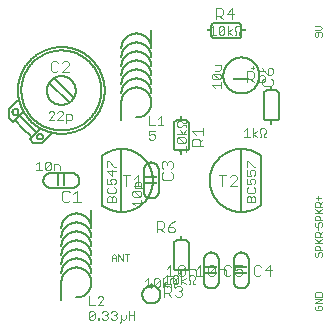
<source format=gto>
G75*
%MOIN*%
%OFA0B0*%
%FSLAX25Y25*%
%IPPOS*%
%LPD*%
%AMOC8*
5,1,8,0,0,1.08239X$1,22.5*
%
%ADD10C,0.00200*%
%ADD11C,0.00500*%
%ADD12R,0.01000X0.04000*%
%ADD13C,0.00300*%
%ADD14R,0.04000X0.01000*%
%ADD15R,0.05400X0.00900*%
%ADD16C,0.00600*%
%ADD17R,0.01000X0.01500*%
%ADD18C,0.00400*%
%ADD19C,0.01000*%
%ADD20R,0.01500X0.01000*%
D10*
X0053660Y0035867D02*
X0053660Y0037335D01*
X0054394Y0038069D01*
X0055128Y0037335D01*
X0055128Y0035867D01*
X0055870Y0035867D02*
X0055870Y0038069D01*
X0057337Y0035867D01*
X0057337Y0038069D01*
X0058079Y0038069D02*
X0059547Y0038069D01*
X0058813Y0038069D02*
X0058813Y0035867D01*
X0055128Y0036968D02*
X0053660Y0036968D01*
X0121473Y0037609D02*
X0121840Y0037242D01*
X0122207Y0037242D01*
X0122574Y0037609D01*
X0122574Y0038343D01*
X0122941Y0038710D01*
X0123308Y0038710D01*
X0123675Y0038343D01*
X0123675Y0037609D01*
X0123308Y0037242D01*
X0121840Y0038710D02*
X0121473Y0038343D01*
X0121473Y0037609D01*
X0121473Y0039452D02*
X0121473Y0040553D01*
X0121840Y0040920D01*
X0122574Y0040920D01*
X0122941Y0040553D01*
X0122941Y0039452D01*
X0123675Y0039452D02*
X0121473Y0039452D01*
X0121473Y0041662D02*
X0123675Y0041662D01*
X0122941Y0041662D02*
X0121473Y0043130D01*
X0121473Y0043872D02*
X0121473Y0044973D01*
X0121840Y0045339D01*
X0122574Y0045339D01*
X0122941Y0044973D01*
X0122941Y0043872D01*
X0123675Y0043872D02*
X0121473Y0043872D01*
X0122941Y0044606D02*
X0123675Y0045339D01*
X0122574Y0046081D02*
X0122574Y0047549D01*
X0122574Y0047609D02*
X0122574Y0048343D01*
X0122941Y0048710D01*
X0123308Y0048710D01*
X0123675Y0048343D01*
X0123675Y0047609D01*
X0123308Y0047242D01*
X0122574Y0047609D02*
X0122207Y0047242D01*
X0121840Y0047242D01*
X0121473Y0047609D01*
X0121473Y0048343D01*
X0121840Y0048710D01*
X0121473Y0049452D02*
X0121473Y0050553D01*
X0121840Y0050920D01*
X0122574Y0050920D01*
X0122941Y0050553D01*
X0122941Y0049452D01*
X0123675Y0049452D02*
X0121473Y0049452D01*
X0121473Y0051662D02*
X0123675Y0051662D01*
X0122941Y0051662D02*
X0121473Y0053130D01*
X0121473Y0053872D02*
X0121473Y0054973D01*
X0121840Y0055339D01*
X0122574Y0055339D01*
X0122941Y0054973D01*
X0122941Y0053872D01*
X0123675Y0053872D02*
X0121473Y0053872D01*
X0122574Y0052029D02*
X0123675Y0053130D01*
X0122941Y0054606D02*
X0123675Y0055339D01*
X0122574Y0056081D02*
X0122574Y0057549D01*
X0121840Y0056815D02*
X0123308Y0056815D01*
X0123675Y0043130D02*
X0122574Y0042029D01*
X0123308Y0025340D02*
X0121840Y0025340D01*
X0121473Y0024973D01*
X0121473Y0023872D01*
X0123675Y0023872D01*
X0123675Y0024973D01*
X0123308Y0025340D01*
X0123675Y0023130D02*
X0121473Y0023130D01*
X0121473Y0021662D02*
X0123675Y0023130D01*
X0123675Y0021662D02*
X0121473Y0021662D01*
X0121840Y0020920D02*
X0121473Y0020553D01*
X0121473Y0019819D01*
X0121840Y0019452D01*
X0123308Y0019452D01*
X0123675Y0019819D01*
X0123675Y0020553D01*
X0123308Y0020920D01*
X0122574Y0020920D01*
X0122574Y0020186D01*
X0122207Y0110557D02*
X0122574Y0110924D01*
X0122574Y0112025D01*
X0123308Y0112025D02*
X0121840Y0112025D01*
X0121473Y0111658D01*
X0121473Y0110924D01*
X0121840Y0110557D01*
X0122207Y0110557D01*
X0123308Y0110557D02*
X0123675Y0110924D01*
X0123675Y0111658D01*
X0123308Y0112025D01*
X0122941Y0112767D02*
X0123675Y0113501D01*
X0122941Y0114235D01*
X0121473Y0114235D01*
X0121473Y0112767D02*
X0122941Y0112767D01*
D11*
X0036875Y0028667D02*
X0036875Y0022667D01*
X0041875Y0023667D02*
X0042015Y0023669D01*
X0042155Y0023675D01*
X0042295Y0023685D01*
X0042435Y0023698D01*
X0042574Y0023716D01*
X0042713Y0023738D01*
X0042850Y0023763D01*
X0042988Y0023792D01*
X0043124Y0023825D01*
X0043259Y0023862D01*
X0043393Y0023903D01*
X0043526Y0023948D01*
X0043658Y0023996D01*
X0043788Y0024048D01*
X0043917Y0024103D01*
X0044044Y0024162D01*
X0044170Y0024225D01*
X0044294Y0024291D01*
X0044415Y0024360D01*
X0044535Y0024433D01*
X0044653Y0024510D01*
X0044768Y0024589D01*
X0044882Y0024672D01*
X0044992Y0024758D01*
X0045101Y0024847D01*
X0045207Y0024939D01*
X0045310Y0025034D01*
X0045411Y0025131D01*
X0045508Y0025232D01*
X0045603Y0025335D01*
X0045695Y0025441D01*
X0045784Y0025550D01*
X0045870Y0025660D01*
X0045953Y0025774D01*
X0046032Y0025889D01*
X0046109Y0026007D01*
X0046182Y0026127D01*
X0046251Y0026248D01*
X0046317Y0026372D01*
X0046380Y0026498D01*
X0046439Y0026625D01*
X0046494Y0026754D01*
X0046546Y0026884D01*
X0046594Y0027016D01*
X0046639Y0027149D01*
X0046680Y0027283D01*
X0046717Y0027418D01*
X0046750Y0027554D01*
X0046779Y0027692D01*
X0046804Y0027829D01*
X0046826Y0027968D01*
X0046844Y0028107D01*
X0046857Y0028247D01*
X0046867Y0028387D01*
X0046873Y0028527D01*
X0046875Y0028667D01*
X0046873Y0028807D01*
X0046867Y0028947D01*
X0046857Y0029087D01*
X0046844Y0029227D01*
X0046826Y0029366D01*
X0046804Y0029505D01*
X0046779Y0029642D01*
X0046750Y0029780D01*
X0046717Y0029916D01*
X0046680Y0030051D01*
X0046639Y0030185D01*
X0046594Y0030318D01*
X0046546Y0030450D01*
X0046494Y0030580D01*
X0046439Y0030709D01*
X0046380Y0030836D01*
X0046317Y0030962D01*
X0046251Y0031086D01*
X0046182Y0031207D01*
X0046109Y0031327D01*
X0046032Y0031445D01*
X0045953Y0031560D01*
X0045870Y0031674D01*
X0045784Y0031784D01*
X0045695Y0031893D01*
X0045603Y0031999D01*
X0045508Y0032102D01*
X0045411Y0032203D01*
X0045310Y0032300D01*
X0045207Y0032395D01*
X0045101Y0032487D01*
X0044992Y0032576D01*
X0044882Y0032662D01*
X0044768Y0032745D01*
X0044653Y0032824D01*
X0044535Y0032901D01*
X0044415Y0032974D01*
X0044294Y0033043D01*
X0044170Y0033109D01*
X0044044Y0033172D01*
X0043917Y0033231D01*
X0043788Y0033286D01*
X0043658Y0033338D01*
X0043526Y0033386D01*
X0043393Y0033431D01*
X0043259Y0033472D01*
X0043124Y0033509D01*
X0042988Y0033542D01*
X0042850Y0033571D01*
X0042713Y0033596D01*
X0042574Y0033618D01*
X0042435Y0033636D01*
X0042295Y0033649D01*
X0042155Y0033659D01*
X0042015Y0033665D01*
X0041875Y0033667D01*
X0046875Y0034667D02*
X0046873Y0034807D01*
X0046867Y0034947D01*
X0046857Y0035087D01*
X0046844Y0035227D01*
X0046826Y0035366D01*
X0046804Y0035505D01*
X0046779Y0035642D01*
X0046750Y0035780D01*
X0046717Y0035916D01*
X0046680Y0036051D01*
X0046639Y0036185D01*
X0046594Y0036318D01*
X0046546Y0036450D01*
X0046494Y0036580D01*
X0046439Y0036709D01*
X0046380Y0036836D01*
X0046317Y0036962D01*
X0046251Y0037086D01*
X0046182Y0037207D01*
X0046109Y0037327D01*
X0046032Y0037445D01*
X0045953Y0037560D01*
X0045870Y0037674D01*
X0045784Y0037784D01*
X0045695Y0037893D01*
X0045603Y0037999D01*
X0045508Y0038102D01*
X0045411Y0038203D01*
X0045310Y0038300D01*
X0045207Y0038395D01*
X0045101Y0038487D01*
X0044992Y0038576D01*
X0044882Y0038662D01*
X0044768Y0038745D01*
X0044653Y0038824D01*
X0044535Y0038901D01*
X0044415Y0038974D01*
X0044294Y0039043D01*
X0044170Y0039109D01*
X0044044Y0039172D01*
X0043917Y0039231D01*
X0043788Y0039286D01*
X0043658Y0039338D01*
X0043526Y0039386D01*
X0043393Y0039431D01*
X0043259Y0039472D01*
X0043124Y0039509D01*
X0042988Y0039542D01*
X0042850Y0039571D01*
X0042713Y0039596D01*
X0042574Y0039618D01*
X0042435Y0039636D01*
X0042295Y0039649D01*
X0042155Y0039659D01*
X0042015Y0039665D01*
X0041875Y0039667D01*
X0046875Y0040667D02*
X0046873Y0040807D01*
X0046867Y0040947D01*
X0046857Y0041087D01*
X0046844Y0041227D01*
X0046826Y0041366D01*
X0046804Y0041505D01*
X0046779Y0041642D01*
X0046750Y0041780D01*
X0046717Y0041916D01*
X0046680Y0042051D01*
X0046639Y0042185D01*
X0046594Y0042318D01*
X0046546Y0042450D01*
X0046494Y0042580D01*
X0046439Y0042709D01*
X0046380Y0042836D01*
X0046317Y0042962D01*
X0046251Y0043086D01*
X0046182Y0043207D01*
X0046109Y0043327D01*
X0046032Y0043445D01*
X0045953Y0043560D01*
X0045870Y0043674D01*
X0045784Y0043784D01*
X0045695Y0043893D01*
X0045603Y0043999D01*
X0045508Y0044102D01*
X0045411Y0044203D01*
X0045310Y0044300D01*
X0045207Y0044395D01*
X0045101Y0044487D01*
X0044992Y0044576D01*
X0044882Y0044662D01*
X0044768Y0044745D01*
X0044653Y0044824D01*
X0044535Y0044901D01*
X0044415Y0044974D01*
X0044294Y0045043D01*
X0044170Y0045109D01*
X0044044Y0045172D01*
X0043917Y0045231D01*
X0043788Y0045286D01*
X0043658Y0045338D01*
X0043526Y0045386D01*
X0043393Y0045431D01*
X0043259Y0045472D01*
X0043124Y0045509D01*
X0042988Y0045542D01*
X0042850Y0045571D01*
X0042713Y0045596D01*
X0042574Y0045618D01*
X0042435Y0045636D01*
X0042295Y0045649D01*
X0042155Y0045659D01*
X0042015Y0045665D01*
X0041875Y0045667D01*
X0046875Y0046667D02*
X0046873Y0046807D01*
X0046867Y0046947D01*
X0046857Y0047087D01*
X0046844Y0047227D01*
X0046826Y0047366D01*
X0046804Y0047505D01*
X0046779Y0047642D01*
X0046750Y0047780D01*
X0046717Y0047916D01*
X0046680Y0048051D01*
X0046639Y0048185D01*
X0046594Y0048318D01*
X0046546Y0048450D01*
X0046494Y0048580D01*
X0046439Y0048709D01*
X0046380Y0048836D01*
X0046317Y0048962D01*
X0046251Y0049086D01*
X0046182Y0049207D01*
X0046109Y0049327D01*
X0046032Y0049445D01*
X0045953Y0049560D01*
X0045870Y0049674D01*
X0045784Y0049784D01*
X0045695Y0049893D01*
X0045603Y0049999D01*
X0045508Y0050102D01*
X0045411Y0050203D01*
X0045310Y0050300D01*
X0045207Y0050395D01*
X0045101Y0050487D01*
X0044992Y0050576D01*
X0044882Y0050662D01*
X0044768Y0050745D01*
X0044653Y0050824D01*
X0044535Y0050901D01*
X0044415Y0050974D01*
X0044294Y0051043D01*
X0044170Y0051109D01*
X0044044Y0051172D01*
X0043917Y0051231D01*
X0043788Y0051286D01*
X0043658Y0051338D01*
X0043526Y0051386D01*
X0043393Y0051431D01*
X0043259Y0051472D01*
X0043124Y0051509D01*
X0042988Y0051542D01*
X0042850Y0051571D01*
X0042713Y0051596D01*
X0042574Y0051618D01*
X0042435Y0051636D01*
X0042295Y0051649D01*
X0042155Y0051659D01*
X0042015Y0051665D01*
X0041875Y0051667D01*
X0041735Y0051665D01*
X0041595Y0051659D01*
X0041455Y0051649D01*
X0041315Y0051636D01*
X0041176Y0051618D01*
X0041037Y0051596D01*
X0040900Y0051571D01*
X0040762Y0051542D01*
X0040626Y0051509D01*
X0040491Y0051472D01*
X0040357Y0051431D01*
X0040224Y0051386D01*
X0040092Y0051338D01*
X0039962Y0051286D01*
X0039833Y0051231D01*
X0039706Y0051172D01*
X0039580Y0051109D01*
X0039456Y0051043D01*
X0039335Y0050974D01*
X0039215Y0050901D01*
X0039097Y0050824D01*
X0038982Y0050745D01*
X0038868Y0050662D01*
X0038758Y0050576D01*
X0038649Y0050487D01*
X0038543Y0050395D01*
X0038440Y0050300D01*
X0038339Y0050203D01*
X0038242Y0050102D01*
X0038147Y0049999D01*
X0038055Y0049893D01*
X0037966Y0049784D01*
X0037880Y0049674D01*
X0037797Y0049560D01*
X0037718Y0049445D01*
X0037641Y0049327D01*
X0037568Y0049207D01*
X0037499Y0049086D01*
X0037433Y0048962D01*
X0037370Y0048836D01*
X0037311Y0048709D01*
X0037256Y0048580D01*
X0037204Y0048450D01*
X0037156Y0048318D01*
X0037111Y0048185D01*
X0037070Y0048051D01*
X0037033Y0047916D01*
X0037000Y0047780D01*
X0036971Y0047642D01*
X0036946Y0047505D01*
X0036924Y0047366D01*
X0036906Y0047227D01*
X0036893Y0047087D01*
X0036883Y0046947D01*
X0036877Y0046807D01*
X0036875Y0046667D01*
X0041875Y0048667D02*
X0042015Y0048665D01*
X0042155Y0048659D01*
X0042295Y0048649D01*
X0042435Y0048636D01*
X0042574Y0048618D01*
X0042713Y0048596D01*
X0042850Y0048571D01*
X0042988Y0048542D01*
X0043124Y0048509D01*
X0043259Y0048472D01*
X0043393Y0048431D01*
X0043526Y0048386D01*
X0043658Y0048338D01*
X0043788Y0048286D01*
X0043917Y0048231D01*
X0044044Y0048172D01*
X0044170Y0048109D01*
X0044294Y0048043D01*
X0044415Y0047974D01*
X0044535Y0047901D01*
X0044653Y0047824D01*
X0044768Y0047745D01*
X0044882Y0047662D01*
X0044992Y0047576D01*
X0045101Y0047487D01*
X0045207Y0047395D01*
X0045310Y0047300D01*
X0045411Y0047203D01*
X0045508Y0047102D01*
X0045603Y0046999D01*
X0045695Y0046893D01*
X0045784Y0046784D01*
X0045870Y0046674D01*
X0045953Y0046560D01*
X0046032Y0046445D01*
X0046109Y0046327D01*
X0046182Y0046207D01*
X0046251Y0046086D01*
X0046317Y0045962D01*
X0046380Y0045836D01*
X0046439Y0045709D01*
X0046494Y0045580D01*
X0046546Y0045450D01*
X0046594Y0045318D01*
X0046639Y0045185D01*
X0046680Y0045051D01*
X0046717Y0044916D01*
X0046750Y0044780D01*
X0046779Y0044642D01*
X0046804Y0044505D01*
X0046826Y0044366D01*
X0046844Y0044227D01*
X0046857Y0044087D01*
X0046867Y0043947D01*
X0046873Y0043807D01*
X0046875Y0043667D01*
X0046875Y0046667D02*
X0046875Y0052667D01*
X0050375Y0054419D02*
X0050375Y0070915D01*
X0056875Y0073155D02*
X0056875Y0052178D01*
X0064375Y0059167D02*
X0064375Y0066167D01*
X0066875Y0068667D02*
X0066973Y0068665D01*
X0067071Y0068659D01*
X0067169Y0068650D01*
X0067266Y0068636D01*
X0067363Y0068619D01*
X0067459Y0068598D01*
X0067554Y0068573D01*
X0067648Y0068545D01*
X0067740Y0068512D01*
X0067832Y0068477D01*
X0067922Y0068437D01*
X0068010Y0068395D01*
X0068097Y0068348D01*
X0068181Y0068299D01*
X0068264Y0068246D01*
X0068344Y0068190D01*
X0068423Y0068130D01*
X0068499Y0068068D01*
X0068572Y0068003D01*
X0068643Y0067935D01*
X0068711Y0067864D01*
X0068776Y0067791D01*
X0068838Y0067715D01*
X0068898Y0067636D01*
X0068954Y0067556D01*
X0069007Y0067473D01*
X0069056Y0067389D01*
X0069103Y0067302D01*
X0069145Y0067214D01*
X0069185Y0067124D01*
X0069220Y0067032D01*
X0069253Y0066940D01*
X0069281Y0066846D01*
X0069306Y0066751D01*
X0069327Y0066655D01*
X0069344Y0066558D01*
X0069358Y0066461D01*
X0069367Y0066363D01*
X0069373Y0066265D01*
X0069375Y0066167D01*
X0069375Y0059167D01*
X0066875Y0056667D02*
X0066777Y0056669D01*
X0066679Y0056675D01*
X0066581Y0056684D01*
X0066484Y0056698D01*
X0066387Y0056715D01*
X0066291Y0056736D01*
X0066196Y0056761D01*
X0066102Y0056789D01*
X0066010Y0056822D01*
X0065918Y0056857D01*
X0065828Y0056897D01*
X0065740Y0056939D01*
X0065653Y0056986D01*
X0065569Y0057035D01*
X0065486Y0057088D01*
X0065406Y0057144D01*
X0065327Y0057204D01*
X0065251Y0057266D01*
X0065178Y0057331D01*
X0065107Y0057399D01*
X0065039Y0057470D01*
X0064974Y0057543D01*
X0064912Y0057619D01*
X0064852Y0057698D01*
X0064796Y0057778D01*
X0064743Y0057861D01*
X0064694Y0057945D01*
X0064647Y0058032D01*
X0064605Y0058120D01*
X0064565Y0058210D01*
X0064530Y0058302D01*
X0064497Y0058394D01*
X0064469Y0058488D01*
X0064444Y0058583D01*
X0064423Y0058679D01*
X0064406Y0058776D01*
X0064392Y0058873D01*
X0064383Y0058971D01*
X0064377Y0059069D01*
X0064375Y0059167D01*
X0066875Y0056667D02*
X0066973Y0056669D01*
X0067071Y0056675D01*
X0067169Y0056684D01*
X0067266Y0056698D01*
X0067363Y0056715D01*
X0067459Y0056736D01*
X0067554Y0056761D01*
X0067648Y0056789D01*
X0067740Y0056822D01*
X0067832Y0056857D01*
X0067922Y0056897D01*
X0068010Y0056939D01*
X0068097Y0056986D01*
X0068181Y0057035D01*
X0068264Y0057088D01*
X0068344Y0057144D01*
X0068423Y0057204D01*
X0068499Y0057266D01*
X0068572Y0057331D01*
X0068643Y0057399D01*
X0068711Y0057470D01*
X0068776Y0057543D01*
X0068838Y0057619D01*
X0068898Y0057698D01*
X0068954Y0057778D01*
X0069007Y0057861D01*
X0069056Y0057945D01*
X0069103Y0058032D01*
X0069145Y0058120D01*
X0069185Y0058210D01*
X0069220Y0058302D01*
X0069253Y0058394D01*
X0069281Y0058488D01*
X0069306Y0058583D01*
X0069327Y0058679D01*
X0069344Y0058776D01*
X0069358Y0058873D01*
X0069367Y0058971D01*
X0069373Y0059069D01*
X0069375Y0059167D01*
X0064375Y0066167D02*
X0064377Y0066265D01*
X0064383Y0066363D01*
X0064392Y0066461D01*
X0064406Y0066558D01*
X0064423Y0066655D01*
X0064444Y0066751D01*
X0064469Y0066846D01*
X0064497Y0066940D01*
X0064530Y0067032D01*
X0064565Y0067124D01*
X0064605Y0067214D01*
X0064647Y0067302D01*
X0064694Y0067389D01*
X0064743Y0067473D01*
X0064796Y0067556D01*
X0064852Y0067636D01*
X0064912Y0067715D01*
X0064974Y0067791D01*
X0065039Y0067864D01*
X0065107Y0067935D01*
X0065178Y0068003D01*
X0065251Y0068068D01*
X0065327Y0068130D01*
X0065406Y0068190D01*
X0065486Y0068246D01*
X0065569Y0068299D01*
X0065653Y0068348D01*
X0065740Y0068395D01*
X0065828Y0068437D01*
X0065918Y0068477D01*
X0066010Y0068512D01*
X0066102Y0068545D01*
X0066196Y0068573D01*
X0066291Y0068598D01*
X0066387Y0068619D01*
X0066484Y0068636D01*
X0066581Y0068650D01*
X0066679Y0068659D01*
X0066777Y0068665D01*
X0066875Y0068667D01*
X0066973Y0068665D01*
X0067071Y0068659D01*
X0067169Y0068650D01*
X0067266Y0068636D01*
X0067363Y0068619D01*
X0067459Y0068598D01*
X0067554Y0068573D01*
X0067648Y0068545D01*
X0067740Y0068512D01*
X0067832Y0068477D01*
X0067922Y0068437D01*
X0068010Y0068395D01*
X0068097Y0068348D01*
X0068181Y0068299D01*
X0068264Y0068246D01*
X0068344Y0068190D01*
X0068423Y0068130D01*
X0068499Y0068068D01*
X0068572Y0068003D01*
X0068643Y0067935D01*
X0068711Y0067864D01*
X0068776Y0067791D01*
X0068838Y0067715D01*
X0068898Y0067636D01*
X0068954Y0067556D01*
X0069007Y0067473D01*
X0069056Y0067389D01*
X0069103Y0067302D01*
X0069145Y0067214D01*
X0069185Y0067124D01*
X0069220Y0067032D01*
X0069253Y0066940D01*
X0069281Y0066846D01*
X0069306Y0066751D01*
X0069327Y0066655D01*
X0069344Y0066558D01*
X0069358Y0066461D01*
X0069367Y0066363D01*
X0069373Y0066265D01*
X0069375Y0066167D01*
X0056875Y0052179D02*
X0056587Y0052188D01*
X0056299Y0052205D01*
X0056012Y0052229D01*
X0055726Y0052260D01*
X0055440Y0052297D01*
X0055155Y0052342D01*
X0054872Y0052394D01*
X0054590Y0052453D01*
X0054309Y0052518D01*
X0054031Y0052591D01*
X0053754Y0052670D01*
X0053479Y0052756D01*
X0053206Y0052849D01*
X0052936Y0052948D01*
X0052668Y0053054D01*
X0052403Y0053167D01*
X0052403Y0072167D02*
X0052668Y0072280D01*
X0052936Y0072386D01*
X0053206Y0072485D01*
X0053479Y0072578D01*
X0053754Y0072664D01*
X0054031Y0072743D01*
X0054309Y0072816D01*
X0054590Y0072881D01*
X0054872Y0072940D01*
X0055155Y0072992D01*
X0055440Y0073037D01*
X0055726Y0073074D01*
X0056012Y0073105D01*
X0056299Y0073129D01*
X0056587Y0073146D01*
X0056875Y0073155D01*
X0056875Y0082667D02*
X0056875Y0088667D01*
X0061875Y0083667D02*
X0062015Y0083669D01*
X0062155Y0083675D01*
X0062295Y0083685D01*
X0062435Y0083698D01*
X0062574Y0083716D01*
X0062713Y0083738D01*
X0062850Y0083763D01*
X0062988Y0083792D01*
X0063124Y0083825D01*
X0063259Y0083862D01*
X0063393Y0083903D01*
X0063526Y0083948D01*
X0063658Y0083996D01*
X0063788Y0084048D01*
X0063917Y0084103D01*
X0064044Y0084162D01*
X0064170Y0084225D01*
X0064294Y0084291D01*
X0064415Y0084360D01*
X0064535Y0084433D01*
X0064653Y0084510D01*
X0064768Y0084589D01*
X0064882Y0084672D01*
X0064992Y0084758D01*
X0065101Y0084847D01*
X0065207Y0084939D01*
X0065310Y0085034D01*
X0065411Y0085131D01*
X0065508Y0085232D01*
X0065603Y0085335D01*
X0065695Y0085441D01*
X0065784Y0085550D01*
X0065870Y0085660D01*
X0065953Y0085774D01*
X0066032Y0085889D01*
X0066109Y0086007D01*
X0066182Y0086127D01*
X0066251Y0086248D01*
X0066317Y0086372D01*
X0066380Y0086498D01*
X0066439Y0086625D01*
X0066494Y0086754D01*
X0066546Y0086884D01*
X0066594Y0087016D01*
X0066639Y0087149D01*
X0066680Y0087283D01*
X0066717Y0087418D01*
X0066750Y0087554D01*
X0066779Y0087692D01*
X0066804Y0087829D01*
X0066826Y0087968D01*
X0066844Y0088107D01*
X0066857Y0088247D01*
X0066867Y0088387D01*
X0066873Y0088527D01*
X0066875Y0088667D01*
X0066873Y0088807D01*
X0066867Y0088947D01*
X0066857Y0089087D01*
X0066844Y0089227D01*
X0066826Y0089366D01*
X0066804Y0089505D01*
X0066779Y0089642D01*
X0066750Y0089780D01*
X0066717Y0089916D01*
X0066680Y0090051D01*
X0066639Y0090185D01*
X0066594Y0090318D01*
X0066546Y0090450D01*
X0066494Y0090580D01*
X0066439Y0090709D01*
X0066380Y0090836D01*
X0066317Y0090962D01*
X0066251Y0091086D01*
X0066182Y0091207D01*
X0066109Y0091327D01*
X0066032Y0091445D01*
X0065953Y0091560D01*
X0065870Y0091674D01*
X0065784Y0091784D01*
X0065695Y0091893D01*
X0065603Y0091999D01*
X0065508Y0092102D01*
X0065411Y0092203D01*
X0065310Y0092300D01*
X0065207Y0092395D01*
X0065101Y0092487D01*
X0064992Y0092576D01*
X0064882Y0092662D01*
X0064768Y0092745D01*
X0064653Y0092824D01*
X0064535Y0092901D01*
X0064415Y0092974D01*
X0064294Y0093043D01*
X0064170Y0093109D01*
X0064044Y0093172D01*
X0063917Y0093231D01*
X0063788Y0093286D01*
X0063658Y0093338D01*
X0063526Y0093386D01*
X0063393Y0093431D01*
X0063259Y0093472D01*
X0063124Y0093509D01*
X0062988Y0093542D01*
X0062850Y0093571D01*
X0062713Y0093596D01*
X0062574Y0093618D01*
X0062435Y0093636D01*
X0062295Y0093649D01*
X0062155Y0093659D01*
X0062015Y0093665D01*
X0061875Y0093667D01*
X0066875Y0094667D02*
X0066873Y0094807D01*
X0066867Y0094947D01*
X0066857Y0095087D01*
X0066844Y0095227D01*
X0066826Y0095366D01*
X0066804Y0095505D01*
X0066779Y0095642D01*
X0066750Y0095780D01*
X0066717Y0095916D01*
X0066680Y0096051D01*
X0066639Y0096185D01*
X0066594Y0096318D01*
X0066546Y0096450D01*
X0066494Y0096580D01*
X0066439Y0096709D01*
X0066380Y0096836D01*
X0066317Y0096962D01*
X0066251Y0097086D01*
X0066182Y0097207D01*
X0066109Y0097327D01*
X0066032Y0097445D01*
X0065953Y0097560D01*
X0065870Y0097674D01*
X0065784Y0097784D01*
X0065695Y0097893D01*
X0065603Y0097999D01*
X0065508Y0098102D01*
X0065411Y0098203D01*
X0065310Y0098300D01*
X0065207Y0098395D01*
X0065101Y0098487D01*
X0064992Y0098576D01*
X0064882Y0098662D01*
X0064768Y0098745D01*
X0064653Y0098824D01*
X0064535Y0098901D01*
X0064415Y0098974D01*
X0064294Y0099043D01*
X0064170Y0099109D01*
X0064044Y0099172D01*
X0063917Y0099231D01*
X0063788Y0099286D01*
X0063658Y0099338D01*
X0063526Y0099386D01*
X0063393Y0099431D01*
X0063259Y0099472D01*
X0063124Y0099509D01*
X0062988Y0099542D01*
X0062850Y0099571D01*
X0062713Y0099596D01*
X0062574Y0099618D01*
X0062435Y0099636D01*
X0062295Y0099649D01*
X0062155Y0099659D01*
X0062015Y0099665D01*
X0061875Y0099667D01*
X0066875Y0100667D02*
X0066873Y0100807D01*
X0066867Y0100947D01*
X0066857Y0101087D01*
X0066844Y0101227D01*
X0066826Y0101366D01*
X0066804Y0101505D01*
X0066779Y0101642D01*
X0066750Y0101780D01*
X0066717Y0101916D01*
X0066680Y0102051D01*
X0066639Y0102185D01*
X0066594Y0102318D01*
X0066546Y0102450D01*
X0066494Y0102580D01*
X0066439Y0102709D01*
X0066380Y0102836D01*
X0066317Y0102962D01*
X0066251Y0103086D01*
X0066182Y0103207D01*
X0066109Y0103327D01*
X0066032Y0103445D01*
X0065953Y0103560D01*
X0065870Y0103674D01*
X0065784Y0103784D01*
X0065695Y0103893D01*
X0065603Y0103999D01*
X0065508Y0104102D01*
X0065411Y0104203D01*
X0065310Y0104300D01*
X0065207Y0104395D01*
X0065101Y0104487D01*
X0064992Y0104576D01*
X0064882Y0104662D01*
X0064768Y0104745D01*
X0064653Y0104824D01*
X0064535Y0104901D01*
X0064415Y0104974D01*
X0064294Y0105043D01*
X0064170Y0105109D01*
X0064044Y0105172D01*
X0063917Y0105231D01*
X0063788Y0105286D01*
X0063658Y0105338D01*
X0063526Y0105386D01*
X0063393Y0105431D01*
X0063259Y0105472D01*
X0063124Y0105509D01*
X0062988Y0105542D01*
X0062850Y0105571D01*
X0062713Y0105596D01*
X0062574Y0105618D01*
X0062435Y0105636D01*
X0062295Y0105649D01*
X0062155Y0105659D01*
X0062015Y0105665D01*
X0061875Y0105667D01*
X0066875Y0106667D02*
X0066873Y0106807D01*
X0066867Y0106947D01*
X0066857Y0107087D01*
X0066844Y0107227D01*
X0066826Y0107366D01*
X0066804Y0107505D01*
X0066779Y0107642D01*
X0066750Y0107780D01*
X0066717Y0107916D01*
X0066680Y0108051D01*
X0066639Y0108185D01*
X0066594Y0108318D01*
X0066546Y0108450D01*
X0066494Y0108580D01*
X0066439Y0108709D01*
X0066380Y0108836D01*
X0066317Y0108962D01*
X0066251Y0109086D01*
X0066182Y0109207D01*
X0066109Y0109327D01*
X0066032Y0109445D01*
X0065953Y0109560D01*
X0065870Y0109674D01*
X0065784Y0109784D01*
X0065695Y0109893D01*
X0065603Y0109999D01*
X0065508Y0110102D01*
X0065411Y0110203D01*
X0065310Y0110300D01*
X0065207Y0110395D01*
X0065101Y0110487D01*
X0064992Y0110576D01*
X0064882Y0110662D01*
X0064768Y0110745D01*
X0064653Y0110824D01*
X0064535Y0110901D01*
X0064415Y0110974D01*
X0064294Y0111043D01*
X0064170Y0111109D01*
X0064044Y0111172D01*
X0063917Y0111231D01*
X0063788Y0111286D01*
X0063658Y0111338D01*
X0063526Y0111386D01*
X0063393Y0111431D01*
X0063259Y0111472D01*
X0063124Y0111509D01*
X0062988Y0111542D01*
X0062850Y0111571D01*
X0062713Y0111596D01*
X0062574Y0111618D01*
X0062435Y0111636D01*
X0062295Y0111649D01*
X0062155Y0111659D01*
X0062015Y0111665D01*
X0061875Y0111667D01*
X0061735Y0111665D01*
X0061595Y0111659D01*
X0061455Y0111649D01*
X0061315Y0111636D01*
X0061176Y0111618D01*
X0061037Y0111596D01*
X0060900Y0111571D01*
X0060762Y0111542D01*
X0060626Y0111509D01*
X0060491Y0111472D01*
X0060357Y0111431D01*
X0060224Y0111386D01*
X0060092Y0111338D01*
X0059962Y0111286D01*
X0059833Y0111231D01*
X0059706Y0111172D01*
X0059580Y0111109D01*
X0059456Y0111043D01*
X0059335Y0110974D01*
X0059215Y0110901D01*
X0059097Y0110824D01*
X0058982Y0110745D01*
X0058868Y0110662D01*
X0058758Y0110576D01*
X0058649Y0110487D01*
X0058543Y0110395D01*
X0058440Y0110300D01*
X0058339Y0110203D01*
X0058242Y0110102D01*
X0058147Y0109999D01*
X0058055Y0109893D01*
X0057966Y0109784D01*
X0057880Y0109674D01*
X0057797Y0109560D01*
X0057718Y0109445D01*
X0057641Y0109327D01*
X0057568Y0109207D01*
X0057499Y0109086D01*
X0057433Y0108962D01*
X0057370Y0108836D01*
X0057311Y0108709D01*
X0057256Y0108580D01*
X0057204Y0108450D01*
X0057156Y0108318D01*
X0057111Y0108185D01*
X0057070Y0108051D01*
X0057033Y0107916D01*
X0057000Y0107780D01*
X0056971Y0107642D01*
X0056946Y0107505D01*
X0056924Y0107366D01*
X0056906Y0107227D01*
X0056893Y0107087D01*
X0056883Y0106947D01*
X0056877Y0106807D01*
X0056875Y0106667D01*
X0061875Y0108667D02*
X0062015Y0108665D01*
X0062155Y0108659D01*
X0062295Y0108649D01*
X0062435Y0108636D01*
X0062574Y0108618D01*
X0062713Y0108596D01*
X0062850Y0108571D01*
X0062988Y0108542D01*
X0063124Y0108509D01*
X0063259Y0108472D01*
X0063393Y0108431D01*
X0063526Y0108386D01*
X0063658Y0108338D01*
X0063788Y0108286D01*
X0063917Y0108231D01*
X0064044Y0108172D01*
X0064170Y0108109D01*
X0064294Y0108043D01*
X0064415Y0107974D01*
X0064535Y0107901D01*
X0064653Y0107824D01*
X0064768Y0107745D01*
X0064882Y0107662D01*
X0064992Y0107576D01*
X0065101Y0107487D01*
X0065207Y0107395D01*
X0065310Y0107300D01*
X0065411Y0107203D01*
X0065508Y0107102D01*
X0065603Y0106999D01*
X0065695Y0106893D01*
X0065784Y0106784D01*
X0065870Y0106674D01*
X0065953Y0106560D01*
X0066032Y0106445D01*
X0066109Y0106327D01*
X0066182Y0106207D01*
X0066251Y0106086D01*
X0066317Y0105962D01*
X0066380Y0105836D01*
X0066439Y0105709D01*
X0066494Y0105580D01*
X0066546Y0105450D01*
X0066594Y0105318D01*
X0066639Y0105185D01*
X0066680Y0105051D01*
X0066717Y0104916D01*
X0066750Y0104780D01*
X0066779Y0104642D01*
X0066804Y0104505D01*
X0066826Y0104366D01*
X0066844Y0104227D01*
X0066857Y0104087D01*
X0066867Y0103947D01*
X0066873Y0103807D01*
X0066875Y0103667D01*
X0066875Y0106667D02*
X0066875Y0112667D01*
X0061875Y0108667D02*
X0061735Y0108665D01*
X0061595Y0108659D01*
X0061455Y0108649D01*
X0061315Y0108636D01*
X0061176Y0108618D01*
X0061037Y0108596D01*
X0060900Y0108571D01*
X0060762Y0108542D01*
X0060626Y0108509D01*
X0060491Y0108472D01*
X0060357Y0108431D01*
X0060224Y0108386D01*
X0060092Y0108338D01*
X0059962Y0108286D01*
X0059833Y0108231D01*
X0059706Y0108172D01*
X0059580Y0108109D01*
X0059456Y0108043D01*
X0059335Y0107974D01*
X0059215Y0107901D01*
X0059097Y0107824D01*
X0058982Y0107745D01*
X0058868Y0107662D01*
X0058758Y0107576D01*
X0058649Y0107487D01*
X0058543Y0107395D01*
X0058440Y0107300D01*
X0058339Y0107203D01*
X0058242Y0107102D01*
X0058147Y0106999D01*
X0058055Y0106893D01*
X0057966Y0106784D01*
X0057880Y0106674D01*
X0057797Y0106560D01*
X0057718Y0106445D01*
X0057641Y0106327D01*
X0057568Y0106207D01*
X0057499Y0106086D01*
X0057433Y0105962D01*
X0057370Y0105836D01*
X0057311Y0105709D01*
X0057256Y0105580D01*
X0057204Y0105450D01*
X0057156Y0105318D01*
X0057111Y0105185D01*
X0057070Y0105051D01*
X0057033Y0104916D01*
X0057000Y0104780D01*
X0056971Y0104642D01*
X0056946Y0104505D01*
X0056924Y0104366D01*
X0056906Y0104227D01*
X0056893Y0104087D01*
X0056883Y0103947D01*
X0056877Y0103807D01*
X0056875Y0103667D01*
X0056875Y0100667D02*
X0056877Y0100807D01*
X0056883Y0100947D01*
X0056893Y0101087D01*
X0056906Y0101227D01*
X0056924Y0101366D01*
X0056946Y0101505D01*
X0056971Y0101642D01*
X0057000Y0101780D01*
X0057033Y0101916D01*
X0057070Y0102051D01*
X0057111Y0102185D01*
X0057156Y0102318D01*
X0057204Y0102450D01*
X0057256Y0102580D01*
X0057311Y0102709D01*
X0057370Y0102836D01*
X0057433Y0102962D01*
X0057499Y0103086D01*
X0057568Y0103207D01*
X0057641Y0103327D01*
X0057718Y0103445D01*
X0057797Y0103560D01*
X0057880Y0103674D01*
X0057966Y0103784D01*
X0058055Y0103893D01*
X0058147Y0103999D01*
X0058242Y0104102D01*
X0058339Y0104203D01*
X0058440Y0104300D01*
X0058543Y0104395D01*
X0058649Y0104487D01*
X0058758Y0104576D01*
X0058868Y0104662D01*
X0058982Y0104745D01*
X0059097Y0104824D01*
X0059215Y0104901D01*
X0059335Y0104974D01*
X0059456Y0105043D01*
X0059580Y0105109D01*
X0059706Y0105172D01*
X0059833Y0105231D01*
X0059962Y0105286D01*
X0060092Y0105338D01*
X0060224Y0105386D01*
X0060357Y0105431D01*
X0060491Y0105472D01*
X0060626Y0105509D01*
X0060762Y0105542D01*
X0060900Y0105571D01*
X0061037Y0105596D01*
X0061176Y0105618D01*
X0061315Y0105636D01*
X0061455Y0105649D01*
X0061595Y0105659D01*
X0061735Y0105665D01*
X0061875Y0105667D01*
X0061875Y0102667D02*
X0062015Y0102665D01*
X0062155Y0102659D01*
X0062295Y0102649D01*
X0062435Y0102636D01*
X0062574Y0102618D01*
X0062713Y0102596D01*
X0062850Y0102571D01*
X0062988Y0102542D01*
X0063124Y0102509D01*
X0063259Y0102472D01*
X0063393Y0102431D01*
X0063526Y0102386D01*
X0063658Y0102338D01*
X0063788Y0102286D01*
X0063917Y0102231D01*
X0064044Y0102172D01*
X0064170Y0102109D01*
X0064294Y0102043D01*
X0064415Y0101974D01*
X0064535Y0101901D01*
X0064653Y0101824D01*
X0064768Y0101745D01*
X0064882Y0101662D01*
X0064992Y0101576D01*
X0065101Y0101487D01*
X0065207Y0101395D01*
X0065310Y0101300D01*
X0065411Y0101203D01*
X0065508Y0101102D01*
X0065603Y0100999D01*
X0065695Y0100893D01*
X0065784Y0100784D01*
X0065870Y0100674D01*
X0065953Y0100560D01*
X0066032Y0100445D01*
X0066109Y0100327D01*
X0066182Y0100207D01*
X0066251Y0100086D01*
X0066317Y0099962D01*
X0066380Y0099836D01*
X0066439Y0099709D01*
X0066494Y0099580D01*
X0066546Y0099450D01*
X0066594Y0099318D01*
X0066639Y0099185D01*
X0066680Y0099051D01*
X0066717Y0098916D01*
X0066750Y0098780D01*
X0066779Y0098642D01*
X0066804Y0098505D01*
X0066826Y0098366D01*
X0066844Y0098227D01*
X0066857Y0098087D01*
X0066867Y0097947D01*
X0066873Y0097807D01*
X0066875Y0097667D01*
X0061875Y0102667D02*
X0061735Y0102665D01*
X0061595Y0102659D01*
X0061455Y0102649D01*
X0061315Y0102636D01*
X0061176Y0102618D01*
X0061037Y0102596D01*
X0060900Y0102571D01*
X0060762Y0102542D01*
X0060626Y0102509D01*
X0060491Y0102472D01*
X0060357Y0102431D01*
X0060224Y0102386D01*
X0060092Y0102338D01*
X0059962Y0102286D01*
X0059833Y0102231D01*
X0059706Y0102172D01*
X0059580Y0102109D01*
X0059456Y0102043D01*
X0059335Y0101974D01*
X0059215Y0101901D01*
X0059097Y0101824D01*
X0058982Y0101745D01*
X0058868Y0101662D01*
X0058758Y0101576D01*
X0058649Y0101487D01*
X0058543Y0101395D01*
X0058440Y0101300D01*
X0058339Y0101203D01*
X0058242Y0101102D01*
X0058147Y0100999D01*
X0058055Y0100893D01*
X0057966Y0100784D01*
X0057880Y0100674D01*
X0057797Y0100560D01*
X0057718Y0100445D01*
X0057641Y0100327D01*
X0057568Y0100207D01*
X0057499Y0100086D01*
X0057433Y0099962D01*
X0057370Y0099836D01*
X0057311Y0099709D01*
X0057256Y0099580D01*
X0057204Y0099450D01*
X0057156Y0099318D01*
X0057111Y0099185D01*
X0057070Y0099051D01*
X0057033Y0098916D01*
X0057000Y0098780D01*
X0056971Y0098642D01*
X0056946Y0098505D01*
X0056924Y0098366D01*
X0056906Y0098227D01*
X0056893Y0098087D01*
X0056883Y0097947D01*
X0056877Y0097807D01*
X0056875Y0097667D01*
X0056875Y0094667D02*
X0056877Y0094807D01*
X0056883Y0094947D01*
X0056893Y0095087D01*
X0056906Y0095227D01*
X0056924Y0095366D01*
X0056946Y0095505D01*
X0056971Y0095642D01*
X0057000Y0095780D01*
X0057033Y0095916D01*
X0057070Y0096051D01*
X0057111Y0096185D01*
X0057156Y0096318D01*
X0057204Y0096450D01*
X0057256Y0096580D01*
X0057311Y0096709D01*
X0057370Y0096836D01*
X0057433Y0096962D01*
X0057499Y0097086D01*
X0057568Y0097207D01*
X0057641Y0097327D01*
X0057718Y0097445D01*
X0057797Y0097560D01*
X0057880Y0097674D01*
X0057966Y0097784D01*
X0058055Y0097893D01*
X0058147Y0097999D01*
X0058242Y0098102D01*
X0058339Y0098203D01*
X0058440Y0098300D01*
X0058543Y0098395D01*
X0058649Y0098487D01*
X0058758Y0098576D01*
X0058868Y0098662D01*
X0058982Y0098745D01*
X0059097Y0098824D01*
X0059215Y0098901D01*
X0059335Y0098974D01*
X0059456Y0099043D01*
X0059580Y0099109D01*
X0059706Y0099172D01*
X0059833Y0099231D01*
X0059962Y0099286D01*
X0060092Y0099338D01*
X0060224Y0099386D01*
X0060357Y0099431D01*
X0060491Y0099472D01*
X0060626Y0099509D01*
X0060762Y0099542D01*
X0060900Y0099571D01*
X0061037Y0099596D01*
X0061176Y0099618D01*
X0061315Y0099636D01*
X0061455Y0099649D01*
X0061595Y0099659D01*
X0061735Y0099665D01*
X0061875Y0099667D01*
X0061875Y0096667D02*
X0062015Y0096665D01*
X0062155Y0096659D01*
X0062295Y0096649D01*
X0062435Y0096636D01*
X0062574Y0096618D01*
X0062713Y0096596D01*
X0062850Y0096571D01*
X0062988Y0096542D01*
X0063124Y0096509D01*
X0063259Y0096472D01*
X0063393Y0096431D01*
X0063526Y0096386D01*
X0063658Y0096338D01*
X0063788Y0096286D01*
X0063917Y0096231D01*
X0064044Y0096172D01*
X0064170Y0096109D01*
X0064294Y0096043D01*
X0064415Y0095974D01*
X0064535Y0095901D01*
X0064653Y0095824D01*
X0064768Y0095745D01*
X0064882Y0095662D01*
X0064992Y0095576D01*
X0065101Y0095487D01*
X0065207Y0095395D01*
X0065310Y0095300D01*
X0065411Y0095203D01*
X0065508Y0095102D01*
X0065603Y0094999D01*
X0065695Y0094893D01*
X0065784Y0094784D01*
X0065870Y0094674D01*
X0065953Y0094560D01*
X0066032Y0094445D01*
X0066109Y0094327D01*
X0066182Y0094207D01*
X0066251Y0094086D01*
X0066317Y0093962D01*
X0066380Y0093836D01*
X0066439Y0093709D01*
X0066494Y0093580D01*
X0066546Y0093450D01*
X0066594Y0093318D01*
X0066639Y0093185D01*
X0066680Y0093051D01*
X0066717Y0092916D01*
X0066750Y0092780D01*
X0066779Y0092642D01*
X0066804Y0092505D01*
X0066826Y0092366D01*
X0066844Y0092227D01*
X0066857Y0092087D01*
X0066867Y0091947D01*
X0066873Y0091807D01*
X0066875Y0091667D01*
X0061875Y0096667D02*
X0061735Y0096665D01*
X0061595Y0096659D01*
X0061455Y0096649D01*
X0061315Y0096636D01*
X0061176Y0096618D01*
X0061037Y0096596D01*
X0060900Y0096571D01*
X0060762Y0096542D01*
X0060626Y0096509D01*
X0060491Y0096472D01*
X0060357Y0096431D01*
X0060224Y0096386D01*
X0060092Y0096338D01*
X0059962Y0096286D01*
X0059833Y0096231D01*
X0059706Y0096172D01*
X0059580Y0096109D01*
X0059456Y0096043D01*
X0059335Y0095974D01*
X0059215Y0095901D01*
X0059097Y0095824D01*
X0058982Y0095745D01*
X0058868Y0095662D01*
X0058758Y0095576D01*
X0058649Y0095487D01*
X0058543Y0095395D01*
X0058440Y0095300D01*
X0058339Y0095203D01*
X0058242Y0095102D01*
X0058147Y0094999D01*
X0058055Y0094893D01*
X0057966Y0094784D01*
X0057880Y0094674D01*
X0057797Y0094560D01*
X0057718Y0094445D01*
X0057641Y0094327D01*
X0057568Y0094207D01*
X0057499Y0094086D01*
X0057433Y0093962D01*
X0057370Y0093836D01*
X0057311Y0093709D01*
X0057256Y0093580D01*
X0057204Y0093450D01*
X0057156Y0093318D01*
X0057111Y0093185D01*
X0057070Y0093051D01*
X0057033Y0092916D01*
X0057000Y0092780D01*
X0056971Y0092642D01*
X0056946Y0092505D01*
X0056924Y0092366D01*
X0056906Y0092227D01*
X0056893Y0092087D01*
X0056883Y0091947D01*
X0056877Y0091807D01*
X0056875Y0091667D01*
X0056875Y0088667D02*
X0056877Y0088807D01*
X0056883Y0088947D01*
X0056893Y0089087D01*
X0056906Y0089227D01*
X0056924Y0089366D01*
X0056946Y0089505D01*
X0056971Y0089642D01*
X0057000Y0089780D01*
X0057033Y0089916D01*
X0057070Y0090051D01*
X0057111Y0090185D01*
X0057156Y0090318D01*
X0057204Y0090450D01*
X0057256Y0090580D01*
X0057311Y0090709D01*
X0057370Y0090836D01*
X0057433Y0090962D01*
X0057499Y0091086D01*
X0057568Y0091207D01*
X0057641Y0091327D01*
X0057718Y0091445D01*
X0057797Y0091560D01*
X0057880Y0091674D01*
X0057966Y0091784D01*
X0058055Y0091893D01*
X0058147Y0091999D01*
X0058242Y0092102D01*
X0058339Y0092203D01*
X0058440Y0092300D01*
X0058543Y0092395D01*
X0058649Y0092487D01*
X0058758Y0092576D01*
X0058868Y0092662D01*
X0058982Y0092745D01*
X0059097Y0092824D01*
X0059215Y0092901D01*
X0059335Y0092974D01*
X0059456Y0093043D01*
X0059580Y0093109D01*
X0059706Y0093172D01*
X0059833Y0093231D01*
X0059962Y0093286D01*
X0060092Y0093338D01*
X0060224Y0093386D01*
X0060357Y0093431D01*
X0060491Y0093472D01*
X0060626Y0093509D01*
X0060762Y0093542D01*
X0060900Y0093571D01*
X0061037Y0093596D01*
X0061176Y0093618D01*
X0061315Y0093636D01*
X0061455Y0093649D01*
X0061595Y0093659D01*
X0061735Y0093665D01*
X0061875Y0093667D01*
X0040976Y0090262D02*
X0034467Y0096770D01*
X0032863Y0095166D02*
X0039371Y0088658D01*
X0023540Y0092667D02*
X0023544Y0092994D01*
X0023556Y0093321D01*
X0023576Y0093648D01*
X0023604Y0093974D01*
X0023640Y0094299D01*
X0023684Y0094624D01*
X0023736Y0094947D01*
X0023796Y0095269D01*
X0023864Y0095589D01*
X0023940Y0095907D01*
X0024023Y0096224D01*
X0024114Y0096538D01*
X0024213Y0096850D01*
X0024320Y0097159D01*
X0024434Y0097466D01*
X0024555Y0097770D01*
X0024684Y0098071D01*
X0024820Y0098368D01*
X0024964Y0098663D01*
X0025115Y0098953D01*
X0025272Y0099240D01*
X0025437Y0099523D01*
X0025609Y0099801D01*
X0025787Y0100076D01*
X0025973Y0100345D01*
X0026164Y0100611D01*
X0026362Y0100871D01*
X0026567Y0101127D01*
X0026778Y0101377D01*
X0026994Y0101622D01*
X0027217Y0101862D01*
X0027446Y0102096D01*
X0027680Y0102325D01*
X0027920Y0102548D01*
X0028165Y0102764D01*
X0028415Y0102975D01*
X0028671Y0103180D01*
X0028931Y0103378D01*
X0029197Y0103569D01*
X0029466Y0103755D01*
X0029741Y0103933D01*
X0030019Y0104105D01*
X0030302Y0104270D01*
X0030589Y0104427D01*
X0030879Y0104578D01*
X0031174Y0104722D01*
X0031471Y0104858D01*
X0031772Y0104987D01*
X0032076Y0105108D01*
X0032383Y0105222D01*
X0032692Y0105329D01*
X0033004Y0105428D01*
X0033318Y0105519D01*
X0033635Y0105602D01*
X0033953Y0105678D01*
X0034273Y0105746D01*
X0034595Y0105806D01*
X0034918Y0105858D01*
X0035243Y0105902D01*
X0035568Y0105938D01*
X0035894Y0105966D01*
X0036221Y0105986D01*
X0036548Y0105998D01*
X0036875Y0106002D01*
X0037202Y0105998D01*
X0037529Y0105986D01*
X0037856Y0105966D01*
X0038182Y0105938D01*
X0038507Y0105902D01*
X0038832Y0105858D01*
X0039155Y0105806D01*
X0039477Y0105746D01*
X0039797Y0105678D01*
X0040115Y0105602D01*
X0040432Y0105519D01*
X0040746Y0105428D01*
X0041058Y0105329D01*
X0041367Y0105222D01*
X0041674Y0105108D01*
X0041978Y0104987D01*
X0042279Y0104858D01*
X0042576Y0104722D01*
X0042871Y0104578D01*
X0043161Y0104427D01*
X0043448Y0104270D01*
X0043731Y0104105D01*
X0044009Y0103933D01*
X0044284Y0103755D01*
X0044553Y0103569D01*
X0044819Y0103378D01*
X0045079Y0103180D01*
X0045335Y0102975D01*
X0045585Y0102764D01*
X0045830Y0102548D01*
X0046070Y0102325D01*
X0046304Y0102096D01*
X0046533Y0101862D01*
X0046756Y0101622D01*
X0046972Y0101377D01*
X0047183Y0101127D01*
X0047388Y0100871D01*
X0047586Y0100611D01*
X0047777Y0100345D01*
X0047963Y0100076D01*
X0048141Y0099801D01*
X0048313Y0099523D01*
X0048478Y0099240D01*
X0048635Y0098953D01*
X0048786Y0098663D01*
X0048930Y0098368D01*
X0049066Y0098071D01*
X0049195Y0097770D01*
X0049316Y0097466D01*
X0049430Y0097159D01*
X0049537Y0096850D01*
X0049636Y0096538D01*
X0049727Y0096224D01*
X0049810Y0095907D01*
X0049886Y0095589D01*
X0049954Y0095269D01*
X0050014Y0094947D01*
X0050066Y0094624D01*
X0050110Y0094299D01*
X0050146Y0093974D01*
X0050174Y0093648D01*
X0050194Y0093321D01*
X0050206Y0092994D01*
X0050210Y0092667D01*
X0050206Y0092340D01*
X0050194Y0092013D01*
X0050174Y0091686D01*
X0050146Y0091360D01*
X0050110Y0091035D01*
X0050066Y0090710D01*
X0050014Y0090387D01*
X0049954Y0090065D01*
X0049886Y0089745D01*
X0049810Y0089427D01*
X0049727Y0089110D01*
X0049636Y0088796D01*
X0049537Y0088484D01*
X0049430Y0088175D01*
X0049316Y0087868D01*
X0049195Y0087564D01*
X0049066Y0087263D01*
X0048930Y0086966D01*
X0048786Y0086671D01*
X0048635Y0086381D01*
X0048478Y0086094D01*
X0048313Y0085811D01*
X0048141Y0085533D01*
X0047963Y0085258D01*
X0047777Y0084989D01*
X0047586Y0084723D01*
X0047388Y0084463D01*
X0047183Y0084207D01*
X0046972Y0083957D01*
X0046756Y0083712D01*
X0046533Y0083472D01*
X0046304Y0083238D01*
X0046070Y0083009D01*
X0045830Y0082786D01*
X0045585Y0082570D01*
X0045335Y0082359D01*
X0045079Y0082154D01*
X0044819Y0081956D01*
X0044553Y0081765D01*
X0044284Y0081579D01*
X0044009Y0081401D01*
X0043731Y0081229D01*
X0043448Y0081064D01*
X0043161Y0080907D01*
X0042871Y0080756D01*
X0042576Y0080612D01*
X0042279Y0080476D01*
X0041978Y0080347D01*
X0041674Y0080226D01*
X0041367Y0080112D01*
X0041058Y0080005D01*
X0040746Y0079906D01*
X0040432Y0079815D01*
X0040115Y0079732D01*
X0039797Y0079656D01*
X0039477Y0079588D01*
X0039155Y0079528D01*
X0038832Y0079476D01*
X0038507Y0079432D01*
X0038182Y0079396D01*
X0037856Y0079368D01*
X0037529Y0079348D01*
X0037202Y0079336D01*
X0036875Y0079332D01*
X0036548Y0079336D01*
X0036221Y0079348D01*
X0035894Y0079368D01*
X0035568Y0079396D01*
X0035243Y0079432D01*
X0034918Y0079476D01*
X0034595Y0079528D01*
X0034273Y0079588D01*
X0033953Y0079656D01*
X0033635Y0079732D01*
X0033318Y0079815D01*
X0033004Y0079906D01*
X0032692Y0080005D01*
X0032383Y0080112D01*
X0032076Y0080226D01*
X0031772Y0080347D01*
X0031471Y0080476D01*
X0031174Y0080612D01*
X0030879Y0080756D01*
X0030589Y0080907D01*
X0030302Y0081064D01*
X0030019Y0081229D01*
X0029741Y0081401D01*
X0029466Y0081579D01*
X0029197Y0081765D01*
X0028931Y0081956D01*
X0028671Y0082154D01*
X0028415Y0082359D01*
X0028165Y0082570D01*
X0027920Y0082786D01*
X0027680Y0083009D01*
X0027446Y0083238D01*
X0027217Y0083472D01*
X0026994Y0083712D01*
X0026778Y0083957D01*
X0026567Y0084207D01*
X0026362Y0084463D01*
X0026164Y0084723D01*
X0025973Y0084989D01*
X0025787Y0085258D01*
X0025609Y0085533D01*
X0025437Y0085811D01*
X0025272Y0086094D01*
X0025115Y0086381D01*
X0024964Y0086671D01*
X0024820Y0086966D01*
X0024684Y0087263D01*
X0024555Y0087564D01*
X0024434Y0087868D01*
X0024320Y0088175D01*
X0024213Y0088484D01*
X0024114Y0088796D01*
X0024023Y0089110D01*
X0023940Y0089427D01*
X0023864Y0089745D01*
X0023796Y0090065D01*
X0023736Y0090387D01*
X0023684Y0090710D01*
X0023640Y0091035D01*
X0023604Y0091360D01*
X0023576Y0091686D01*
X0023556Y0092013D01*
X0023544Y0092340D01*
X0023540Y0092667D01*
X0022514Y0089524D02*
X0019305Y0086315D01*
X0019412Y0084844D01*
X0019519Y0083374D01*
X0020803Y0082090D01*
X0024149Y0085437D01*
X0023006Y0084224D02*
X0028413Y0078817D01*
X0029658Y0079927D02*
X0026312Y0076581D01*
X0027595Y0075297D01*
X0029072Y0075184D01*
X0030548Y0075072D01*
X0033916Y0078440D01*
X0028793Y0077307D02*
X0028795Y0077370D01*
X0028801Y0077432D01*
X0028811Y0077494D01*
X0028824Y0077556D01*
X0028842Y0077616D01*
X0028863Y0077675D01*
X0028888Y0077733D01*
X0028917Y0077789D01*
X0028949Y0077843D01*
X0028984Y0077895D01*
X0029022Y0077944D01*
X0029064Y0077992D01*
X0029108Y0078036D01*
X0029156Y0078078D01*
X0029205Y0078116D01*
X0029257Y0078151D01*
X0029311Y0078183D01*
X0029367Y0078212D01*
X0029425Y0078237D01*
X0029484Y0078258D01*
X0029544Y0078276D01*
X0029606Y0078289D01*
X0029668Y0078299D01*
X0029730Y0078305D01*
X0029793Y0078307D01*
X0029856Y0078305D01*
X0029918Y0078299D01*
X0029980Y0078289D01*
X0030042Y0078276D01*
X0030102Y0078258D01*
X0030161Y0078237D01*
X0030219Y0078212D01*
X0030275Y0078183D01*
X0030329Y0078151D01*
X0030381Y0078116D01*
X0030430Y0078078D01*
X0030478Y0078036D01*
X0030522Y0077992D01*
X0030564Y0077944D01*
X0030602Y0077895D01*
X0030637Y0077843D01*
X0030669Y0077789D01*
X0030698Y0077733D01*
X0030723Y0077675D01*
X0030744Y0077616D01*
X0030762Y0077556D01*
X0030775Y0077494D01*
X0030785Y0077432D01*
X0030791Y0077370D01*
X0030793Y0077307D01*
X0030791Y0077244D01*
X0030785Y0077182D01*
X0030775Y0077120D01*
X0030762Y0077058D01*
X0030744Y0076998D01*
X0030723Y0076939D01*
X0030698Y0076881D01*
X0030669Y0076825D01*
X0030637Y0076771D01*
X0030602Y0076719D01*
X0030564Y0076670D01*
X0030522Y0076622D01*
X0030478Y0076578D01*
X0030430Y0076536D01*
X0030381Y0076498D01*
X0030329Y0076463D01*
X0030275Y0076431D01*
X0030219Y0076402D01*
X0030161Y0076377D01*
X0030102Y0076356D01*
X0030042Y0076338D01*
X0029980Y0076325D01*
X0029918Y0076315D01*
X0029856Y0076309D01*
X0029793Y0076307D01*
X0029730Y0076309D01*
X0029668Y0076315D01*
X0029606Y0076325D01*
X0029544Y0076338D01*
X0029484Y0076356D01*
X0029425Y0076377D01*
X0029367Y0076402D01*
X0029311Y0076431D01*
X0029257Y0076463D01*
X0029205Y0076498D01*
X0029156Y0076536D01*
X0029108Y0076578D01*
X0029064Y0076622D01*
X0029022Y0076670D01*
X0028984Y0076719D01*
X0028949Y0076771D01*
X0028917Y0076825D01*
X0028888Y0076881D01*
X0028863Y0076939D01*
X0028842Y0076998D01*
X0028824Y0077058D01*
X0028811Y0077120D01*
X0028801Y0077182D01*
X0028795Y0077244D01*
X0028793Y0077307D01*
X0026697Y0077414D02*
X0024167Y0079945D01*
X0024166Y0079946D02*
X0021385Y0082726D01*
X0020595Y0085560D02*
X0020597Y0085623D01*
X0020603Y0085685D01*
X0020613Y0085747D01*
X0020626Y0085809D01*
X0020644Y0085869D01*
X0020665Y0085928D01*
X0020690Y0085986D01*
X0020719Y0086042D01*
X0020751Y0086096D01*
X0020786Y0086148D01*
X0020824Y0086197D01*
X0020866Y0086245D01*
X0020910Y0086289D01*
X0020958Y0086331D01*
X0021007Y0086369D01*
X0021059Y0086404D01*
X0021113Y0086436D01*
X0021169Y0086465D01*
X0021227Y0086490D01*
X0021286Y0086511D01*
X0021346Y0086529D01*
X0021408Y0086542D01*
X0021470Y0086552D01*
X0021532Y0086558D01*
X0021595Y0086560D01*
X0021658Y0086558D01*
X0021720Y0086552D01*
X0021782Y0086542D01*
X0021844Y0086529D01*
X0021904Y0086511D01*
X0021963Y0086490D01*
X0022021Y0086465D01*
X0022077Y0086436D01*
X0022131Y0086404D01*
X0022183Y0086369D01*
X0022232Y0086331D01*
X0022280Y0086289D01*
X0022324Y0086245D01*
X0022366Y0086197D01*
X0022404Y0086148D01*
X0022439Y0086096D01*
X0022471Y0086042D01*
X0022500Y0085986D01*
X0022525Y0085928D01*
X0022546Y0085869D01*
X0022564Y0085809D01*
X0022577Y0085747D01*
X0022587Y0085685D01*
X0022593Y0085623D01*
X0022595Y0085560D01*
X0022593Y0085497D01*
X0022587Y0085435D01*
X0022577Y0085373D01*
X0022564Y0085311D01*
X0022546Y0085251D01*
X0022525Y0085192D01*
X0022500Y0085134D01*
X0022471Y0085078D01*
X0022439Y0085024D01*
X0022404Y0084972D01*
X0022366Y0084923D01*
X0022324Y0084875D01*
X0022280Y0084831D01*
X0022232Y0084789D01*
X0022183Y0084751D01*
X0022131Y0084716D01*
X0022077Y0084684D01*
X0022021Y0084655D01*
X0021963Y0084630D01*
X0021904Y0084609D01*
X0021844Y0084591D01*
X0021782Y0084578D01*
X0021720Y0084568D01*
X0021658Y0084562D01*
X0021595Y0084560D01*
X0021532Y0084562D01*
X0021470Y0084568D01*
X0021408Y0084578D01*
X0021346Y0084591D01*
X0021286Y0084609D01*
X0021227Y0084630D01*
X0021169Y0084655D01*
X0021113Y0084684D01*
X0021059Y0084716D01*
X0021007Y0084751D01*
X0020958Y0084789D01*
X0020910Y0084831D01*
X0020866Y0084875D01*
X0020824Y0084923D01*
X0020786Y0084972D01*
X0020751Y0085024D01*
X0020719Y0085078D01*
X0020690Y0085134D01*
X0020665Y0085192D01*
X0020644Y0085251D01*
X0020626Y0085311D01*
X0020613Y0085373D01*
X0020603Y0085435D01*
X0020597Y0085497D01*
X0020595Y0085560D01*
X0022431Y0092667D02*
X0022435Y0093021D01*
X0022448Y0093376D01*
X0022470Y0093730D01*
X0022501Y0094083D01*
X0022540Y0094435D01*
X0022587Y0094786D01*
X0022644Y0095136D01*
X0022709Y0095485D01*
X0022782Y0095832D01*
X0022864Y0096177D01*
X0022954Y0096519D01*
X0023053Y0096860D01*
X0023160Y0097198D01*
X0023275Y0097533D01*
X0023399Y0097865D01*
X0023530Y0098194D01*
X0023670Y0098520D01*
X0023818Y0098843D01*
X0023973Y0099161D01*
X0024137Y0099476D01*
X0024307Y0099786D01*
X0024486Y0100093D01*
X0024672Y0100395D01*
X0024865Y0100692D01*
X0025066Y0100984D01*
X0025273Y0101271D01*
X0025488Y0101553D01*
X0025710Y0101830D01*
X0025938Y0102101D01*
X0026173Y0102367D01*
X0026414Y0102627D01*
X0026662Y0102880D01*
X0026915Y0103128D01*
X0027175Y0103369D01*
X0027441Y0103604D01*
X0027712Y0103832D01*
X0027989Y0104054D01*
X0028271Y0104269D01*
X0028558Y0104476D01*
X0028850Y0104677D01*
X0029147Y0104870D01*
X0029449Y0105056D01*
X0029756Y0105235D01*
X0030066Y0105405D01*
X0030381Y0105569D01*
X0030699Y0105724D01*
X0031022Y0105872D01*
X0031348Y0106012D01*
X0031677Y0106143D01*
X0032009Y0106267D01*
X0032344Y0106382D01*
X0032682Y0106489D01*
X0033023Y0106588D01*
X0033365Y0106678D01*
X0033710Y0106760D01*
X0034057Y0106833D01*
X0034406Y0106898D01*
X0034756Y0106955D01*
X0035107Y0107002D01*
X0035459Y0107041D01*
X0035812Y0107072D01*
X0036166Y0107094D01*
X0036521Y0107107D01*
X0036875Y0107111D01*
X0037229Y0107107D01*
X0037584Y0107094D01*
X0037938Y0107072D01*
X0038291Y0107041D01*
X0038643Y0107002D01*
X0038994Y0106955D01*
X0039344Y0106898D01*
X0039693Y0106833D01*
X0040040Y0106760D01*
X0040385Y0106678D01*
X0040727Y0106588D01*
X0041068Y0106489D01*
X0041406Y0106382D01*
X0041741Y0106267D01*
X0042073Y0106143D01*
X0042402Y0106012D01*
X0042728Y0105872D01*
X0043051Y0105724D01*
X0043369Y0105569D01*
X0043684Y0105405D01*
X0043994Y0105235D01*
X0044301Y0105056D01*
X0044603Y0104870D01*
X0044900Y0104677D01*
X0045192Y0104476D01*
X0045479Y0104269D01*
X0045761Y0104054D01*
X0046038Y0103832D01*
X0046309Y0103604D01*
X0046575Y0103369D01*
X0046835Y0103128D01*
X0047088Y0102880D01*
X0047336Y0102627D01*
X0047577Y0102367D01*
X0047812Y0102101D01*
X0048040Y0101830D01*
X0048262Y0101553D01*
X0048477Y0101271D01*
X0048684Y0100984D01*
X0048885Y0100692D01*
X0049078Y0100395D01*
X0049264Y0100093D01*
X0049443Y0099786D01*
X0049613Y0099476D01*
X0049777Y0099161D01*
X0049932Y0098843D01*
X0050080Y0098520D01*
X0050220Y0098194D01*
X0050351Y0097865D01*
X0050475Y0097533D01*
X0050590Y0097198D01*
X0050697Y0096860D01*
X0050796Y0096519D01*
X0050886Y0096177D01*
X0050968Y0095832D01*
X0051041Y0095485D01*
X0051106Y0095136D01*
X0051163Y0094786D01*
X0051210Y0094435D01*
X0051249Y0094083D01*
X0051280Y0093730D01*
X0051302Y0093376D01*
X0051315Y0093021D01*
X0051319Y0092667D01*
X0051315Y0092313D01*
X0051302Y0091958D01*
X0051280Y0091604D01*
X0051249Y0091251D01*
X0051210Y0090899D01*
X0051163Y0090548D01*
X0051106Y0090198D01*
X0051041Y0089849D01*
X0050968Y0089502D01*
X0050886Y0089157D01*
X0050796Y0088815D01*
X0050697Y0088474D01*
X0050590Y0088136D01*
X0050475Y0087801D01*
X0050351Y0087469D01*
X0050220Y0087140D01*
X0050080Y0086814D01*
X0049932Y0086491D01*
X0049777Y0086173D01*
X0049613Y0085858D01*
X0049443Y0085548D01*
X0049264Y0085241D01*
X0049078Y0084939D01*
X0048885Y0084642D01*
X0048684Y0084350D01*
X0048477Y0084063D01*
X0048262Y0083781D01*
X0048040Y0083504D01*
X0047812Y0083233D01*
X0047577Y0082967D01*
X0047336Y0082707D01*
X0047088Y0082454D01*
X0046835Y0082206D01*
X0046575Y0081965D01*
X0046309Y0081730D01*
X0046038Y0081502D01*
X0045761Y0081280D01*
X0045479Y0081065D01*
X0045192Y0080858D01*
X0044900Y0080657D01*
X0044603Y0080464D01*
X0044301Y0080278D01*
X0043994Y0080099D01*
X0043684Y0079929D01*
X0043369Y0079765D01*
X0043051Y0079610D01*
X0042728Y0079462D01*
X0042402Y0079322D01*
X0042073Y0079191D01*
X0041741Y0079067D01*
X0041406Y0078952D01*
X0041068Y0078845D01*
X0040727Y0078746D01*
X0040385Y0078656D01*
X0040040Y0078574D01*
X0039693Y0078501D01*
X0039344Y0078436D01*
X0038994Y0078379D01*
X0038643Y0078332D01*
X0038291Y0078293D01*
X0037938Y0078262D01*
X0037584Y0078240D01*
X0037229Y0078227D01*
X0036875Y0078223D01*
X0036521Y0078227D01*
X0036166Y0078240D01*
X0035812Y0078262D01*
X0035459Y0078293D01*
X0035107Y0078332D01*
X0034756Y0078379D01*
X0034406Y0078436D01*
X0034057Y0078501D01*
X0033710Y0078574D01*
X0033365Y0078656D01*
X0033023Y0078746D01*
X0032682Y0078845D01*
X0032344Y0078952D01*
X0032009Y0079067D01*
X0031677Y0079191D01*
X0031348Y0079322D01*
X0031022Y0079462D01*
X0030699Y0079610D01*
X0030381Y0079765D01*
X0030066Y0079929D01*
X0029756Y0080099D01*
X0029449Y0080278D01*
X0029147Y0080464D01*
X0028850Y0080657D01*
X0028558Y0080858D01*
X0028271Y0081065D01*
X0027989Y0081280D01*
X0027712Y0081502D01*
X0027441Y0081730D01*
X0027175Y0081965D01*
X0026915Y0082206D01*
X0026662Y0082454D01*
X0026414Y0082707D01*
X0026173Y0082967D01*
X0025938Y0083233D01*
X0025710Y0083504D01*
X0025488Y0083781D01*
X0025273Y0084063D01*
X0025066Y0084350D01*
X0024865Y0084642D01*
X0024672Y0084939D01*
X0024486Y0085241D01*
X0024307Y0085548D01*
X0024137Y0085858D01*
X0023973Y0086173D01*
X0023818Y0086491D01*
X0023670Y0086814D01*
X0023530Y0087140D01*
X0023399Y0087469D01*
X0023275Y0087801D01*
X0023160Y0088136D01*
X0023053Y0088474D01*
X0022954Y0088815D01*
X0022864Y0089157D01*
X0022782Y0089502D01*
X0022709Y0089849D01*
X0022644Y0090198D01*
X0022587Y0090548D01*
X0022540Y0090899D01*
X0022501Y0091251D01*
X0022470Y0091604D01*
X0022448Y0091958D01*
X0022435Y0092313D01*
X0022431Y0092667D01*
X0032075Y0092667D02*
X0032077Y0092805D01*
X0032083Y0092944D01*
X0032093Y0093082D01*
X0032107Y0093219D01*
X0032125Y0093356D01*
X0032147Y0093493D01*
X0032172Y0093629D01*
X0032202Y0093764D01*
X0032236Y0093898D01*
X0032273Y0094031D01*
X0032314Y0094163D01*
X0032359Y0094294D01*
X0032408Y0094424D01*
X0032460Y0094552D01*
X0032517Y0094678D01*
X0032576Y0094803D01*
X0032640Y0094926D01*
X0032707Y0095047D01*
X0032777Y0095166D01*
X0032851Y0095283D01*
X0032928Y0095398D01*
X0033008Y0095511D01*
X0033092Y0095621D01*
X0033178Y0095729D01*
X0033268Y0095834D01*
X0033361Y0095937D01*
X0033457Y0096037D01*
X0033555Y0096134D01*
X0033656Y0096228D01*
X0033760Y0096319D01*
X0033867Y0096407D01*
X0033976Y0096493D01*
X0034087Y0096575D01*
X0034201Y0096653D01*
X0034317Y0096729D01*
X0034435Y0096801D01*
X0034555Y0096869D01*
X0034677Y0096934D01*
X0034801Y0096996D01*
X0034927Y0097054D01*
X0035054Y0097108D01*
X0035183Y0097159D01*
X0035313Y0097206D01*
X0035444Y0097249D01*
X0035577Y0097288D01*
X0035711Y0097324D01*
X0035845Y0097355D01*
X0035981Y0097383D01*
X0036117Y0097407D01*
X0036254Y0097427D01*
X0036392Y0097443D01*
X0036529Y0097455D01*
X0036668Y0097463D01*
X0036806Y0097467D01*
X0036944Y0097467D01*
X0037082Y0097463D01*
X0037221Y0097455D01*
X0037358Y0097443D01*
X0037496Y0097427D01*
X0037633Y0097407D01*
X0037769Y0097383D01*
X0037905Y0097355D01*
X0038039Y0097324D01*
X0038173Y0097288D01*
X0038306Y0097249D01*
X0038437Y0097206D01*
X0038567Y0097159D01*
X0038696Y0097108D01*
X0038823Y0097054D01*
X0038949Y0096996D01*
X0039073Y0096934D01*
X0039195Y0096869D01*
X0039315Y0096801D01*
X0039433Y0096729D01*
X0039549Y0096653D01*
X0039663Y0096575D01*
X0039774Y0096493D01*
X0039883Y0096407D01*
X0039990Y0096319D01*
X0040094Y0096228D01*
X0040195Y0096134D01*
X0040293Y0096037D01*
X0040389Y0095937D01*
X0040482Y0095834D01*
X0040572Y0095729D01*
X0040658Y0095621D01*
X0040742Y0095511D01*
X0040822Y0095398D01*
X0040899Y0095283D01*
X0040973Y0095166D01*
X0041043Y0095047D01*
X0041110Y0094926D01*
X0041174Y0094803D01*
X0041233Y0094678D01*
X0041290Y0094552D01*
X0041342Y0094424D01*
X0041391Y0094294D01*
X0041436Y0094163D01*
X0041477Y0094031D01*
X0041514Y0093898D01*
X0041548Y0093764D01*
X0041578Y0093629D01*
X0041603Y0093493D01*
X0041625Y0093356D01*
X0041643Y0093219D01*
X0041657Y0093082D01*
X0041667Y0092944D01*
X0041673Y0092805D01*
X0041675Y0092667D01*
X0041673Y0092529D01*
X0041667Y0092390D01*
X0041657Y0092252D01*
X0041643Y0092115D01*
X0041625Y0091978D01*
X0041603Y0091841D01*
X0041578Y0091705D01*
X0041548Y0091570D01*
X0041514Y0091436D01*
X0041477Y0091303D01*
X0041436Y0091171D01*
X0041391Y0091040D01*
X0041342Y0090910D01*
X0041290Y0090782D01*
X0041233Y0090656D01*
X0041174Y0090531D01*
X0041110Y0090408D01*
X0041043Y0090287D01*
X0040973Y0090168D01*
X0040899Y0090051D01*
X0040822Y0089936D01*
X0040742Y0089823D01*
X0040658Y0089713D01*
X0040572Y0089605D01*
X0040482Y0089500D01*
X0040389Y0089397D01*
X0040293Y0089297D01*
X0040195Y0089200D01*
X0040094Y0089106D01*
X0039990Y0089015D01*
X0039883Y0088927D01*
X0039774Y0088841D01*
X0039663Y0088759D01*
X0039549Y0088681D01*
X0039433Y0088605D01*
X0039315Y0088533D01*
X0039195Y0088465D01*
X0039073Y0088400D01*
X0038949Y0088338D01*
X0038823Y0088280D01*
X0038696Y0088226D01*
X0038567Y0088175D01*
X0038437Y0088128D01*
X0038306Y0088085D01*
X0038173Y0088046D01*
X0038039Y0088010D01*
X0037905Y0087979D01*
X0037769Y0087951D01*
X0037633Y0087927D01*
X0037496Y0087907D01*
X0037358Y0087891D01*
X0037221Y0087879D01*
X0037082Y0087871D01*
X0036944Y0087867D01*
X0036806Y0087867D01*
X0036668Y0087871D01*
X0036529Y0087879D01*
X0036392Y0087891D01*
X0036254Y0087907D01*
X0036117Y0087927D01*
X0035981Y0087951D01*
X0035845Y0087979D01*
X0035711Y0088010D01*
X0035577Y0088046D01*
X0035444Y0088085D01*
X0035313Y0088128D01*
X0035183Y0088175D01*
X0035054Y0088226D01*
X0034927Y0088280D01*
X0034801Y0088338D01*
X0034677Y0088400D01*
X0034555Y0088465D01*
X0034435Y0088533D01*
X0034317Y0088605D01*
X0034201Y0088681D01*
X0034087Y0088759D01*
X0033976Y0088841D01*
X0033867Y0088927D01*
X0033760Y0089015D01*
X0033656Y0089106D01*
X0033555Y0089200D01*
X0033457Y0089297D01*
X0033361Y0089397D01*
X0033268Y0089500D01*
X0033178Y0089605D01*
X0033092Y0089713D01*
X0033008Y0089823D01*
X0032928Y0089936D01*
X0032851Y0090051D01*
X0032777Y0090168D01*
X0032707Y0090287D01*
X0032640Y0090408D01*
X0032576Y0090531D01*
X0032517Y0090656D01*
X0032460Y0090782D01*
X0032408Y0090910D01*
X0032359Y0091040D01*
X0032314Y0091171D01*
X0032273Y0091303D01*
X0032236Y0091436D01*
X0032202Y0091570D01*
X0032172Y0091705D01*
X0032147Y0091841D01*
X0032125Y0091978D01*
X0032107Y0092115D01*
X0032093Y0092252D01*
X0032083Y0092390D01*
X0032077Y0092529D01*
X0032075Y0092667D01*
X0033375Y0065167D02*
X0040375Y0065167D01*
X0042875Y0062667D02*
X0042873Y0062569D01*
X0042867Y0062471D01*
X0042858Y0062373D01*
X0042844Y0062276D01*
X0042827Y0062179D01*
X0042806Y0062083D01*
X0042781Y0061988D01*
X0042753Y0061894D01*
X0042720Y0061802D01*
X0042685Y0061710D01*
X0042645Y0061620D01*
X0042603Y0061532D01*
X0042556Y0061445D01*
X0042507Y0061361D01*
X0042454Y0061278D01*
X0042398Y0061198D01*
X0042338Y0061119D01*
X0042276Y0061043D01*
X0042211Y0060970D01*
X0042143Y0060899D01*
X0042072Y0060831D01*
X0041999Y0060766D01*
X0041923Y0060704D01*
X0041844Y0060644D01*
X0041764Y0060588D01*
X0041681Y0060535D01*
X0041597Y0060486D01*
X0041510Y0060439D01*
X0041422Y0060397D01*
X0041332Y0060357D01*
X0041240Y0060322D01*
X0041148Y0060289D01*
X0041054Y0060261D01*
X0040959Y0060236D01*
X0040863Y0060215D01*
X0040766Y0060198D01*
X0040669Y0060184D01*
X0040571Y0060175D01*
X0040473Y0060169D01*
X0040375Y0060167D01*
X0033375Y0060167D01*
X0030875Y0062667D02*
X0030877Y0062765D01*
X0030883Y0062863D01*
X0030892Y0062961D01*
X0030906Y0063058D01*
X0030923Y0063155D01*
X0030944Y0063251D01*
X0030969Y0063346D01*
X0030997Y0063440D01*
X0031030Y0063532D01*
X0031065Y0063624D01*
X0031105Y0063714D01*
X0031147Y0063802D01*
X0031194Y0063889D01*
X0031243Y0063973D01*
X0031296Y0064056D01*
X0031352Y0064136D01*
X0031412Y0064215D01*
X0031474Y0064291D01*
X0031539Y0064364D01*
X0031607Y0064435D01*
X0031678Y0064503D01*
X0031751Y0064568D01*
X0031827Y0064630D01*
X0031906Y0064690D01*
X0031986Y0064746D01*
X0032069Y0064799D01*
X0032153Y0064848D01*
X0032240Y0064895D01*
X0032328Y0064937D01*
X0032418Y0064977D01*
X0032510Y0065012D01*
X0032602Y0065045D01*
X0032696Y0065073D01*
X0032791Y0065098D01*
X0032887Y0065119D01*
X0032984Y0065136D01*
X0033081Y0065150D01*
X0033179Y0065159D01*
X0033277Y0065165D01*
X0033375Y0065167D01*
X0030875Y0062667D02*
X0030877Y0062569D01*
X0030883Y0062471D01*
X0030892Y0062373D01*
X0030906Y0062276D01*
X0030923Y0062179D01*
X0030944Y0062083D01*
X0030969Y0061988D01*
X0030997Y0061894D01*
X0031030Y0061802D01*
X0031065Y0061710D01*
X0031105Y0061620D01*
X0031147Y0061532D01*
X0031194Y0061445D01*
X0031243Y0061361D01*
X0031296Y0061278D01*
X0031352Y0061198D01*
X0031412Y0061119D01*
X0031474Y0061043D01*
X0031539Y0060970D01*
X0031607Y0060899D01*
X0031678Y0060831D01*
X0031751Y0060766D01*
X0031827Y0060704D01*
X0031906Y0060644D01*
X0031986Y0060588D01*
X0032069Y0060535D01*
X0032153Y0060486D01*
X0032240Y0060439D01*
X0032328Y0060397D01*
X0032418Y0060357D01*
X0032510Y0060322D01*
X0032602Y0060289D01*
X0032696Y0060261D01*
X0032791Y0060236D01*
X0032887Y0060215D01*
X0032984Y0060198D01*
X0033081Y0060184D01*
X0033179Y0060175D01*
X0033277Y0060169D01*
X0033375Y0060167D01*
X0040375Y0065167D02*
X0040473Y0065165D01*
X0040571Y0065159D01*
X0040669Y0065150D01*
X0040766Y0065136D01*
X0040863Y0065119D01*
X0040959Y0065098D01*
X0041054Y0065073D01*
X0041148Y0065045D01*
X0041240Y0065012D01*
X0041332Y0064977D01*
X0041422Y0064937D01*
X0041510Y0064895D01*
X0041597Y0064848D01*
X0041681Y0064799D01*
X0041764Y0064746D01*
X0041844Y0064690D01*
X0041923Y0064630D01*
X0041999Y0064568D01*
X0042072Y0064503D01*
X0042143Y0064435D01*
X0042211Y0064364D01*
X0042276Y0064291D01*
X0042338Y0064215D01*
X0042398Y0064136D01*
X0042454Y0064056D01*
X0042507Y0063973D01*
X0042556Y0063889D01*
X0042603Y0063802D01*
X0042645Y0063714D01*
X0042685Y0063624D01*
X0042720Y0063532D01*
X0042753Y0063440D01*
X0042781Y0063346D01*
X0042806Y0063251D01*
X0042827Y0063155D01*
X0042844Y0063058D01*
X0042858Y0062961D01*
X0042867Y0062863D01*
X0042873Y0062765D01*
X0042875Y0062667D01*
X0042873Y0062569D01*
X0042867Y0062471D01*
X0042858Y0062373D01*
X0042844Y0062276D01*
X0042827Y0062179D01*
X0042806Y0062083D01*
X0042781Y0061988D01*
X0042753Y0061894D01*
X0042720Y0061802D01*
X0042685Y0061710D01*
X0042645Y0061620D01*
X0042603Y0061532D01*
X0042556Y0061445D01*
X0042507Y0061361D01*
X0042454Y0061278D01*
X0042398Y0061198D01*
X0042338Y0061119D01*
X0042276Y0061043D01*
X0042211Y0060970D01*
X0042143Y0060899D01*
X0042072Y0060831D01*
X0041999Y0060766D01*
X0041923Y0060704D01*
X0041844Y0060644D01*
X0041764Y0060588D01*
X0041681Y0060535D01*
X0041597Y0060486D01*
X0041510Y0060439D01*
X0041422Y0060397D01*
X0041332Y0060357D01*
X0041240Y0060322D01*
X0041148Y0060289D01*
X0041054Y0060261D01*
X0040959Y0060236D01*
X0040863Y0060215D01*
X0040766Y0060198D01*
X0040669Y0060184D01*
X0040571Y0060175D01*
X0040473Y0060169D01*
X0040375Y0060167D01*
X0041875Y0048667D02*
X0041735Y0048665D01*
X0041595Y0048659D01*
X0041455Y0048649D01*
X0041315Y0048636D01*
X0041176Y0048618D01*
X0041037Y0048596D01*
X0040900Y0048571D01*
X0040762Y0048542D01*
X0040626Y0048509D01*
X0040491Y0048472D01*
X0040357Y0048431D01*
X0040224Y0048386D01*
X0040092Y0048338D01*
X0039962Y0048286D01*
X0039833Y0048231D01*
X0039706Y0048172D01*
X0039580Y0048109D01*
X0039456Y0048043D01*
X0039335Y0047974D01*
X0039215Y0047901D01*
X0039097Y0047824D01*
X0038982Y0047745D01*
X0038868Y0047662D01*
X0038758Y0047576D01*
X0038649Y0047487D01*
X0038543Y0047395D01*
X0038440Y0047300D01*
X0038339Y0047203D01*
X0038242Y0047102D01*
X0038147Y0046999D01*
X0038055Y0046893D01*
X0037966Y0046784D01*
X0037880Y0046674D01*
X0037797Y0046560D01*
X0037718Y0046445D01*
X0037641Y0046327D01*
X0037568Y0046207D01*
X0037499Y0046086D01*
X0037433Y0045962D01*
X0037370Y0045836D01*
X0037311Y0045709D01*
X0037256Y0045580D01*
X0037204Y0045450D01*
X0037156Y0045318D01*
X0037111Y0045185D01*
X0037070Y0045051D01*
X0037033Y0044916D01*
X0037000Y0044780D01*
X0036971Y0044642D01*
X0036946Y0044505D01*
X0036924Y0044366D01*
X0036906Y0044227D01*
X0036893Y0044087D01*
X0036883Y0043947D01*
X0036877Y0043807D01*
X0036875Y0043667D01*
X0036875Y0040667D02*
X0036877Y0040807D01*
X0036883Y0040947D01*
X0036893Y0041087D01*
X0036906Y0041227D01*
X0036924Y0041366D01*
X0036946Y0041505D01*
X0036971Y0041642D01*
X0037000Y0041780D01*
X0037033Y0041916D01*
X0037070Y0042051D01*
X0037111Y0042185D01*
X0037156Y0042318D01*
X0037204Y0042450D01*
X0037256Y0042580D01*
X0037311Y0042709D01*
X0037370Y0042836D01*
X0037433Y0042962D01*
X0037499Y0043086D01*
X0037568Y0043207D01*
X0037641Y0043327D01*
X0037718Y0043445D01*
X0037797Y0043560D01*
X0037880Y0043674D01*
X0037966Y0043784D01*
X0038055Y0043893D01*
X0038147Y0043999D01*
X0038242Y0044102D01*
X0038339Y0044203D01*
X0038440Y0044300D01*
X0038543Y0044395D01*
X0038649Y0044487D01*
X0038758Y0044576D01*
X0038868Y0044662D01*
X0038982Y0044745D01*
X0039097Y0044824D01*
X0039215Y0044901D01*
X0039335Y0044974D01*
X0039456Y0045043D01*
X0039580Y0045109D01*
X0039706Y0045172D01*
X0039833Y0045231D01*
X0039962Y0045286D01*
X0040092Y0045338D01*
X0040224Y0045386D01*
X0040357Y0045431D01*
X0040491Y0045472D01*
X0040626Y0045509D01*
X0040762Y0045542D01*
X0040900Y0045571D01*
X0041037Y0045596D01*
X0041176Y0045618D01*
X0041315Y0045636D01*
X0041455Y0045649D01*
X0041595Y0045659D01*
X0041735Y0045665D01*
X0041875Y0045667D01*
X0041875Y0042667D02*
X0042015Y0042665D01*
X0042155Y0042659D01*
X0042295Y0042649D01*
X0042435Y0042636D01*
X0042574Y0042618D01*
X0042713Y0042596D01*
X0042850Y0042571D01*
X0042988Y0042542D01*
X0043124Y0042509D01*
X0043259Y0042472D01*
X0043393Y0042431D01*
X0043526Y0042386D01*
X0043658Y0042338D01*
X0043788Y0042286D01*
X0043917Y0042231D01*
X0044044Y0042172D01*
X0044170Y0042109D01*
X0044294Y0042043D01*
X0044415Y0041974D01*
X0044535Y0041901D01*
X0044653Y0041824D01*
X0044768Y0041745D01*
X0044882Y0041662D01*
X0044992Y0041576D01*
X0045101Y0041487D01*
X0045207Y0041395D01*
X0045310Y0041300D01*
X0045411Y0041203D01*
X0045508Y0041102D01*
X0045603Y0040999D01*
X0045695Y0040893D01*
X0045784Y0040784D01*
X0045870Y0040674D01*
X0045953Y0040560D01*
X0046032Y0040445D01*
X0046109Y0040327D01*
X0046182Y0040207D01*
X0046251Y0040086D01*
X0046317Y0039962D01*
X0046380Y0039836D01*
X0046439Y0039709D01*
X0046494Y0039580D01*
X0046546Y0039450D01*
X0046594Y0039318D01*
X0046639Y0039185D01*
X0046680Y0039051D01*
X0046717Y0038916D01*
X0046750Y0038780D01*
X0046779Y0038642D01*
X0046804Y0038505D01*
X0046826Y0038366D01*
X0046844Y0038227D01*
X0046857Y0038087D01*
X0046867Y0037947D01*
X0046873Y0037807D01*
X0046875Y0037667D01*
X0041875Y0042667D02*
X0041735Y0042665D01*
X0041595Y0042659D01*
X0041455Y0042649D01*
X0041315Y0042636D01*
X0041176Y0042618D01*
X0041037Y0042596D01*
X0040900Y0042571D01*
X0040762Y0042542D01*
X0040626Y0042509D01*
X0040491Y0042472D01*
X0040357Y0042431D01*
X0040224Y0042386D01*
X0040092Y0042338D01*
X0039962Y0042286D01*
X0039833Y0042231D01*
X0039706Y0042172D01*
X0039580Y0042109D01*
X0039456Y0042043D01*
X0039335Y0041974D01*
X0039215Y0041901D01*
X0039097Y0041824D01*
X0038982Y0041745D01*
X0038868Y0041662D01*
X0038758Y0041576D01*
X0038649Y0041487D01*
X0038543Y0041395D01*
X0038440Y0041300D01*
X0038339Y0041203D01*
X0038242Y0041102D01*
X0038147Y0040999D01*
X0038055Y0040893D01*
X0037966Y0040784D01*
X0037880Y0040674D01*
X0037797Y0040560D01*
X0037718Y0040445D01*
X0037641Y0040327D01*
X0037568Y0040207D01*
X0037499Y0040086D01*
X0037433Y0039962D01*
X0037370Y0039836D01*
X0037311Y0039709D01*
X0037256Y0039580D01*
X0037204Y0039450D01*
X0037156Y0039318D01*
X0037111Y0039185D01*
X0037070Y0039051D01*
X0037033Y0038916D01*
X0037000Y0038780D01*
X0036971Y0038642D01*
X0036946Y0038505D01*
X0036924Y0038366D01*
X0036906Y0038227D01*
X0036893Y0038087D01*
X0036883Y0037947D01*
X0036877Y0037807D01*
X0036875Y0037667D01*
X0036875Y0034667D02*
X0036877Y0034807D01*
X0036883Y0034947D01*
X0036893Y0035087D01*
X0036906Y0035227D01*
X0036924Y0035366D01*
X0036946Y0035505D01*
X0036971Y0035642D01*
X0037000Y0035780D01*
X0037033Y0035916D01*
X0037070Y0036051D01*
X0037111Y0036185D01*
X0037156Y0036318D01*
X0037204Y0036450D01*
X0037256Y0036580D01*
X0037311Y0036709D01*
X0037370Y0036836D01*
X0037433Y0036962D01*
X0037499Y0037086D01*
X0037568Y0037207D01*
X0037641Y0037327D01*
X0037718Y0037445D01*
X0037797Y0037560D01*
X0037880Y0037674D01*
X0037966Y0037784D01*
X0038055Y0037893D01*
X0038147Y0037999D01*
X0038242Y0038102D01*
X0038339Y0038203D01*
X0038440Y0038300D01*
X0038543Y0038395D01*
X0038649Y0038487D01*
X0038758Y0038576D01*
X0038868Y0038662D01*
X0038982Y0038745D01*
X0039097Y0038824D01*
X0039215Y0038901D01*
X0039335Y0038974D01*
X0039456Y0039043D01*
X0039580Y0039109D01*
X0039706Y0039172D01*
X0039833Y0039231D01*
X0039962Y0039286D01*
X0040092Y0039338D01*
X0040224Y0039386D01*
X0040357Y0039431D01*
X0040491Y0039472D01*
X0040626Y0039509D01*
X0040762Y0039542D01*
X0040900Y0039571D01*
X0041037Y0039596D01*
X0041176Y0039618D01*
X0041315Y0039636D01*
X0041455Y0039649D01*
X0041595Y0039659D01*
X0041735Y0039665D01*
X0041875Y0039667D01*
X0041875Y0036667D02*
X0042015Y0036665D01*
X0042155Y0036659D01*
X0042295Y0036649D01*
X0042435Y0036636D01*
X0042574Y0036618D01*
X0042713Y0036596D01*
X0042850Y0036571D01*
X0042988Y0036542D01*
X0043124Y0036509D01*
X0043259Y0036472D01*
X0043393Y0036431D01*
X0043526Y0036386D01*
X0043658Y0036338D01*
X0043788Y0036286D01*
X0043917Y0036231D01*
X0044044Y0036172D01*
X0044170Y0036109D01*
X0044294Y0036043D01*
X0044415Y0035974D01*
X0044535Y0035901D01*
X0044653Y0035824D01*
X0044768Y0035745D01*
X0044882Y0035662D01*
X0044992Y0035576D01*
X0045101Y0035487D01*
X0045207Y0035395D01*
X0045310Y0035300D01*
X0045411Y0035203D01*
X0045508Y0035102D01*
X0045603Y0034999D01*
X0045695Y0034893D01*
X0045784Y0034784D01*
X0045870Y0034674D01*
X0045953Y0034560D01*
X0046032Y0034445D01*
X0046109Y0034327D01*
X0046182Y0034207D01*
X0046251Y0034086D01*
X0046317Y0033962D01*
X0046380Y0033836D01*
X0046439Y0033709D01*
X0046494Y0033580D01*
X0046546Y0033450D01*
X0046594Y0033318D01*
X0046639Y0033185D01*
X0046680Y0033051D01*
X0046717Y0032916D01*
X0046750Y0032780D01*
X0046779Y0032642D01*
X0046804Y0032505D01*
X0046826Y0032366D01*
X0046844Y0032227D01*
X0046857Y0032087D01*
X0046867Y0031947D01*
X0046873Y0031807D01*
X0046875Y0031667D01*
X0041875Y0036667D02*
X0041735Y0036665D01*
X0041595Y0036659D01*
X0041455Y0036649D01*
X0041315Y0036636D01*
X0041176Y0036618D01*
X0041037Y0036596D01*
X0040900Y0036571D01*
X0040762Y0036542D01*
X0040626Y0036509D01*
X0040491Y0036472D01*
X0040357Y0036431D01*
X0040224Y0036386D01*
X0040092Y0036338D01*
X0039962Y0036286D01*
X0039833Y0036231D01*
X0039706Y0036172D01*
X0039580Y0036109D01*
X0039456Y0036043D01*
X0039335Y0035974D01*
X0039215Y0035901D01*
X0039097Y0035824D01*
X0038982Y0035745D01*
X0038868Y0035662D01*
X0038758Y0035576D01*
X0038649Y0035487D01*
X0038543Y0035395D01*
X0038440Y0035300D01*
X0038339Y0035203D01*
X0038242Y0035102D01*
X0038147Y0034999D01*
X0038055Y0034893D01*
X0037966Y0034784D01*
X0037880Y0034674D01*
X0037797Y0034560D01*
X0037718Y0034445D01*
X0037641Y0034327D01*
X0037568Y0034207D01*
X0037499Y0034086D01*
X0037433Y0033962D01*
X0037370Y0033836D01*
X0037311Y0033709D01*
X0037256Y0033580D01*
X0037204Y0033450D01*
X0037156Y0033318D01*
X0037111Y0033185D01*
X0037070Y0033051D01*
X0037033Y0032916D01*
X0037000Y0032780D01*
X0036971Y0032642D01*
X0036946Y0032505D01*
X0036924Y0032366D01*
X0036906Y0032227D01*
X0036893Y0032087D01*
X0036883Y0031947D01*
X0036877Y0031807D01*
X0036875Y0031667D01*
X0036875Y0028667D02*
X0036877Y0028807D01*
X0036883Y0028947D01*
X0036893Y0029087D01*
X0036906Y0029227D01*
X0036924Y0029366D01*
X0036946Y0029505D01*
X0036971Y0029642D01*
X0037000Y0029780D01*
X0037033Y0029916D01*
X0037070Y0030051D01*
X0037111Y0030185D01*
X0037156Y0030318D01*
X0037204Y0030450D01*
X0037256Y0030580D01*
X0037311Y0030709D01*
X0037370Y0030836D01*
X0037433Y0030962D01*
X0037499Y0031086D01*
X0037568Y0031207D01*
X0037641Y0031327D01*
X0037718Y0031445D01*
X0037797Y0031560D01*
X0037880Y0031674D01*
X0037966Y0031784D01*
X0038055Y0031893D01*
X0038147Y0031999D01*
X0038242Y0032102D01*
X0038339Y0032203D01*
X0038440Y0032300D01*
X0038543Y0032395D01*
X0038649Y0032487D01*
X0038758Y0032576D01*
X0038868Y0032662D01*
X0038982Y0032745D01*
X0039097Y0032824D01*
X0039215Y0032901D01*
X0039335Y0032974D01*
X0039456Y0033043D01*
X0039580Y0033109D01*
X0039706Y0033172D01*
X0039833Y0033231D01*
X0039962Y0033286D01*
X0040092Y0033338D01*
X0040224Y0033386D01*
X0040357Y0033431D01*
X0040491Y0033472D01*
X0040626Y0033509D01*
X0040762Y0033542D01*
X0040900Y0033571D01*
X0041037Y0033596D01*
X0041176Y0033618D01*
X0041315Y0033636D01*
X0041455Y0033649D01*
X0041595Y0033659D01*
X0041735Y0033665D01*
X0041875Y0033667D01*
X0063875Y0024667D02*
X0063877Y0024776D01*
X0063883Y0024885D01*
X0063893Y0024993D01*
X0063907Y0025101D01*
X0063924Y0025209D01*
X0063946Y0025316D01*
X0063971Y0025422D01*
X0064001Y0025526D01*
X0064034Y0025630D01*
X0064071Y0025733D01*
X0064111Y0025834D01*
X0064155Y0025933D01*
X0064203Y0026031D01*
X0064255Y0026128D01*
X0064309Y0026222D01*
X0064367Y0026314D01*
X0064429Y0026404D01*
X0064494Y0026491D01*
X0064561Y0026577D01*
X0064632Y0026660D01*
X0064706Y0026740D01*
X0064783Y0026817D01*
X0064862Y0026892D01*
X0064944Y0026963D01*
X0065029Y0027032D01*
X0065116Y0027097D01*
X0065205Y0027160D01*
X0065297Y0027218D01*
X0065391Y0027274D01*
X0065486Y0027326D01*
X0065584Y0027375D01*
X0065683Y0027420D01*
X0065784Y0027462D01*
X0065886Y0027499D01*
X0065989Y0027533D01*
X0066094Y0027564D01*
X0066200Y0027590D01*
X0066306Y0027613D01*
X0066414Y0027631D01*
X0066522Y0027646D01*
X0066630Y0027657D01*
X0066739Y0027664D01*
X0066848Y0027667D01*
X0066957Y0027666D01*
X0067066Y0027661D01*
X0067174Y0027652D01*
X0067282Y0027639D01*
X0067390Y0027622D01*
X0067497Y0027602D01*
X0067603Y0027577D01*
X0067708Y0027549D01*
X0067812Y0027517D01*
X0067915Y0027481D01*
X0068017Y0027441D01*
X0068117Y0027398D01*
X0068215Y0027351D01*
X0068312Y0027301D01*
X0068406Y0027247D01*
X0068499Y0027189D01*
X0068590Y0027129D01*
X0068678Y0027065D01*
X0068764Y0026998D01*
X0068847Y0026928D01*
X0068928Y0026855D01*
X0069006Y0026779D01*
X0069081Y0026700D01*
X0069154Y0026618D01*
X0069223Y0026534D01*
X0069289Y0026448D01*
X0069352Y0026359D01*
X0069412Y0026268D01*
X0069469Y0026175D01*
X0069522Y0026080D01*
X0069571Y0025983D01*
X0069617Y0025884D01*
X0069659Y0025784D01*
X0069698Y0025682D01*
X0069733Y0025578D01*
X0069764Y0025474D01*
X0069792Y0025369D01*
X0069815Y0025262D01*
X0069835Y0025155D01*
X0069851Y0025047D01*
X0069863Y0024939D01*
X0069871Y0024830D01*
X0069875Y0024721D01*
X0069875Y0024613D01*
X0069871Y0024504D01*
X0069863Y0024395D01*
X0069851Y0024287D01*
X0069835Y0024179D01*
X0069815Y0024072D01*
X0069792Y0023965D01*
X0069764Y0023860D01*
X0069733Y0023756D01*
X0069698Y0023652D01*
X0069659Y0023550D01*
X0069617Y0023450D01*
X0069571Y0023351D01*
X0069522Y0023254D01*
X0069469Y0023159D01*
X0069412Y0023066D01*
X0069352Y0022975D01*
X0069289Y0022886D01*
X0069223Y0022800D01*
X0069154Y0022716D01*
X0069081Y0022634D01*
X0069006Y0022555D01*
X0068928Y0022479D01*
X0068847Y0022406D01*
X0068764Y0022336D01*
X0068678Y0022269D01*
X0068590Y0022205D01*
X0068499Y0022145D01*
X0068406Y0022087D01*
X0068312Y0022033D01*
X0068215Y0021983D01*
X0068117Y0021936D01*
X0068017Y0021893D01*
X0067915Y0021853D01*
X0067812Y0021817D01*
X0067708Y0021785D01*
X0067603Y0021757D01*
X0067497Y0021732D01*
X0067390Y0021712D01*
X0067282Y0021695D01*
X0067174Y0021682D01*
X0067066Y0021673D01*
X0066957Y0021668D01*
X0066848Y0021667D01*
X0066739Y0021670D01*
X0066630Y0021677D01*
X0066522Y0021688D01*
X0066414Y0021703D01*
X0066306Y0021721D01*
X0066200Y0021744D01*
X0066094Y0021770D01*
X0065989Y0021801D01*
X0065886Y0021835D01*
X0065784Y0021872D01*
X0065683Y0021914D01*
X0065584Y0021959D01*
X0065486Y0022008D01*
X0065391Y0022060D01*
X0065297Y0022116D01*
X0065205Y0022174D01*
X0065116Y0022237D01*
X0065029Y0022302D01*
X0064944Y0022371D01*
X0064862Y0022442D01*
X0064783Y0022517D01*
X0064706Y0022594D01*
X0064632Y0022674D01*
X0064561Y0022757D01*
X0064494Y0022843D01*
X0064429Y0022930D01*
X0064367Y0023020D01*
X0064309Y0023112D01*
X0064255Y0023206D01*
X0064203Y0023303D01*
X0064155Y0023401D01*
X0064111Y0023500D01*
X0064071Y0023601D01*
X0064034Y0023704D01*
X0064001Y0023808D01*
X0063971Y0023912D01*
X0063946Y0024018D01*
X0063924Y0024125D01*
X0063907Y0024233D01*
X0063893Y0024341D01*
X0063883Y0024449D01*
X0063877Y0024558D01*
X0063875Y0024667D01*
X0084375Y0029167D02*
X0084375Y0036167D01*
X0086875Y0038667D02*
X0086973Y0038665D01*
X0087071Y0038659D01*
X0087169Y0038650D01*
X0087266Y0038636D01*
X0087363Y0038619D01*
X0087459Y0038598D01*
X0087554Y0038573D01*
X0087648Y0038545D01*
X0087740Y0038512D01*
X0087832Y0038477D01*
X0087922Y0038437D01*
X0088010Y0038395D01*
X0088097Y0038348D01*
X0088181Y0038299D01*
X0088264Y0038246D01*
X0088344Y0038190D01*
X0088423Y0038130D01*
X0088499Y0038068D01*
X0088572Y0038003D01*
X0088643Y0037935D01*
X0088711Y0037864D01*
X0088776Y0037791D01*
X0088838Y0037715D01*
X0088898Y0037636D01*
X0088954Y0037556D01*
X0089007Y0037473D01*
X0089056Y0037389D01*
X0089103Y0037302D01*
X0089145Y0037214D01*
X0089185Y0037124D01*
X0089220Y0037032D01*
X0089253Y0036940D01*
X0089281Y0036846D01*
X0089306Y0036751D01*
X0089327Y0036655D01*
X0089344Y0036558D01*
X0089358Y0036461D01*
X0089367Y0036363D01*
X0089373Y0036265D01*
X0089375Y0036167D01*
X0089375Y0029167D01*
X0086875Y0026667D02*
X0086777Y0026669D01*
X0086679Y0026675D01*
X0086581Y0026684D01*
X0086484Y0026698D01*
X0086387Y0026715D01*
X0086291Y0026736D01*
X0086196Y0026761D01*
X0086102Y0026789D01*
X0086010Y0026822D01*
X0085918Y0026857D01*
X0085828Y0026897D01*
X0085740Y0026939D01*
X0085653Y0026986D01*
X0085569Y0027035D01*
X0085486Y0027088D01*
X0085406Y0027144D01*
X0085327Y0027204D01*
X0085251Y0027266D01*
X0085178Y0027331D01*
X0085107Y0027399D01*
X0085039Y0027470D01*
X0084974Y0027543D01*
X0084912Y0027619D01*
X0084852Y0027698D01*
X0084796Y0027778D01*
X0084743Y0027861D01*
X0084694Y0027945D01*
X0084647Y0028032D01*
X0084605Y0028120D01*
X0084565Y0028210D01*
X0084530Y0028302D01*
X0084497Y0028394D01*
X0084469Y0028488D01*
X0084444Y0028583D01*
X0084423Y0028679D01*
X0084406Y0028776D01*
X0084392Y0028873D01*
X0084383Y0028971D01*
X0084377Y0029069D01*
X0084375Y0029167D01*
X0086875Y0026667D02*
X0086973Y0026669D01*
X0087071Y0026675D01*
X0087169Y0026684D01*
X0087266Y0026698D01*
X0087363Y0026715D01*
X0087459Y0026736D01*
X0087554Y0026761D01*
X0087648Y0026789D01*
X0087740Y0026822D01*
X0087832Y0026857D01*
X0087922Y0026897D01*
X0088010Y0026939D01*
X0088097Y0026986D01*
X0088181Y0027035D01*
X0088264Y0027088D01*
X0088344Y0027144D01*
X0088423Y0027204D01*
X0088499Y0027266D01*
X0088572Y0027331D01*
X0088643Y0027399D01*
X0088711Y0027470D01*
X0088776Y0027543D01*
X0088838Y0027619D01*
X0088898Y0027698D01*
X0088954Y0027778D01*
X0089007Y0027861D01*
X0089056Y0027945D01*
X0089103Y0028032D01*
X0089145Y0028120D01*
X0089185Y0028210D01*
X0089220Y0028302D01*
X0089253Y0028394D01*
X0089281Y0028488D01*
X0089306Y0028583D01*
X0089327Y0028679D01*
X0089344Y0028776D01*
X0089358Y0028873D01*
X0089367Y0028971D01*
X0089373Y0029069D01*
X0089375Y0029167D01*
X0094375Y0029167D02*
X0094375Y0036167D01*
X0096875Y0038667D02*
X0096973Y0038665D01*
X0097071Y0038659D01*
X0097169Y0038650D01*
X0097266Y0038636D01*
X0097363Y0038619D01*
X0097459Y0038598D01*
X0097554Y0038573D01*
X0097648Y0038545D01*
X0097740Y0038512D01*
X0097832Y0038477D01*
X0097922Y0038437D01*
X0098010Y0038395D01*
X0098097Y0038348D01*
X0098181Y0038299D01*
X0098264Y0038246D01*
X0098344Y0038190D01*
X0098423Y0038130D01*
X0098499Y0038068D01*
X0098572Y0038003D01*
X0098643Y0037935D01*
X0098711Y0037864D01*
X0098776Y0037791D01*
X0098838Y0037715D01*
X0098898Y0037636D01*
X0098954Y0037556D01*
X0099007Y0037473D01*
X0099056Y0037389D01*
X0099103Y0037302D01*
X0099145Y0037214D01*
X0099185Y0037124D01*
X0099220Y0037032D01*
X0099253Y0036940D01*
X0099281Y0036846D01*
X0099306Y0036751D01*
X0099327Y0036655D01*
X0099344Y0036558D01*
X0099358Y0036461D01*
X0099367Y0036363D01*
X0099373Y0036265D01*
X0099375Y0036167D01*
X0099375Y0029167D01*
X0096875Y0026667D02*
X0096777Y0026669D01*
X0096679Y0026675D01*
X0096581Y0026684D01*
X0096484Y0026698D01*
X0096387Y0026715D01*
X0096291Y0026736D01*
X0096196Y0026761D01*
X0096102Y0026789D01*
X0096010Y0026822D01*
X0095918Y0026857D01*
X0095828Y0026897D01*
X0095740Y0026939D01*
X0095653Y0026986D01*
X0095569Y0027035D01*
X0095486Y0027088D01*
X0095406Y0027144D01*
X0095327Y0027204D01*
X0095251Y0027266D01*
X0095178Y0027331D01*
X0095107Y0027399D01*
X0095039Y0027470D01*
X0094974Y0027543D01*
X0094912Y0027619D01*
X0094852Y0027698D01*
X0094796Y0027778D01*
X0094743Y0027861D01*
X0094694Y0027945D01*
X0094647Y0028032D01*
X0094605Y0028120D01*
X0094565Y0028210D01*
X0094530Y0028302D01*
X0094497Y0028394D01*
X0094469Y0028488D01*
X0094444Y0028583D01*
X0094423Y0028679D01*
X0094406Y0028776D01*
X0094392Y0028873D01*
X0094383Y0028971D01*
X0094377Y0029069D01*
X0094375Y0029167D01*
X0096875Y0026667D02*
X0096973Y0026669D01*
X0097071Y0026675D01*
X0097169Y0026684D01*
X0097266Y0026698D01*
X0097363Y0026715D01*
X0097459Y0026736D01*
X0097554Y0026761D01*
X0097648Y0026789D01*
X0097740Y0026822D01*
X0097832Y0026857D01*
X0097922Y0026897D01*
X0098010Y0026939D01*
X0098097Y0026986D01*
X0098181Y0027035D01*
X0098264Y0027088D01*
X0098344Y0027144D01*
X0098423Y0027204D01*
X0098499Y0027266D01*
X0098572Y0027331D01*
X0098643Y0027399D01*
X0098711Y0027470D01*
X0098776Y0027543D01*
X0098838Y0027619D01*
X0098898Y0027698D01*
X0098954Y0027778D01*
X0099007Y0027861D01*
X0099056Y0027945D01*
X0099103Y0028032D01*
X0099145Y0028120D01*
X0099185Y0028210D01*
X0099220Y0028302D01*
X0099253Y0028394D01*
X0099281Y0028488D01*
X0099306Y0028583D01*
X0099327Y0028679D01*
X0099344Y0028776D01*
X0099358Y0028873D01*
X0099367Y0028971D01*
X0099373Y0029069D01*
X0099375Y0029167D01*
X0094375Y0036167D02*
X0094377Y0036265D01*
X0094383Y0036363D01*
X0094392Y0036461D01*
X0094406Y0036558D01*
X0094423Y0036655D01*
X0094444Y0036751D01*
X0094469Y0036846D01*
X0094497Y0036940D01*
X0094530Y0037032D01*
X0094565Y0037124D01*
X0094605Y0037214D01*
X0094647Y0037302D01*
X0094694Y0037389D01*
X0094743Y0037473D01*
X0094796Y0037556D01*
X0094852Y0037636D01*
X0094912Y0037715D01*
X0094974Y0037791D01*
X0095039Y0037864D01*
X0095107Y0037935D01*
X0095178Y0038003D01*
X0095251Y0038068D01*
X0095327Y0038130D01*
X0095406Y0038190D01*
X0095486Y0038246D01*
X0095569Y0038299D01*
X0095653Y0038348D01*
X0095740Y0038395D01*
X0095828Y0038437D01*
X0095918Y0038477D01*
X0096010Y0038512D01*
X0096102Y0038545D01*
X0096196Y0038573D01*
X0096291Y0038598D01*
X0096387Y0038619D01*
X0096484Y0038636D01*
X0096581Y0038650D01*
X0096679Y0038659D01*
X0096777Y0038665D01*
X0096875Y0038667D01*
X0096973Y0038665D01*
X0097071Y0038659D01*
X0097169Y0038650D01*
X0097266Y0038636D01*
X0097363Y0038619D01*
X0097459Y0038598D01*
X0097554Y0038573D01*
X0097648Y0038545D01*
X0097740Y0038512D01*
X0097832Y0038477D01*
X0097922Y0038437D01*
X0098010Y0038395D01*
X0098097Y0038348D01*
X0098181Y0038299D01*
X0098264Y0038246D01*
X0098344Y0038190D01*
X0098423Y0038130D01*
X0098499Y0038068D01*
X0098572Y0038003D01*
X0098643Y0037935D01*
X0098711Y0037864D01*
X0098776Y0037791D01*
X0098838Y0037715D01*
X0098898Y0037636D01*
X0098954Y0037556D01*
X0099007Y0037473D01*
X0099056Y0037389D01*
X0099103Y0037302D01*
X0099145Y0037214D01*
X0099185Y0037124D01*
X0099220Y0037032D01*
X0099253Y0036940D01*
X0099281Y0036846D01*
X0099306Y0036751D01*
X0099327Y0036655D01*
X0099344Y0036558D01*
X0099358Y0036461D01*
X0099367Y0036363D01*
X0099373Y0036265D01*
X0099375Y0036167D01*
X0086875Y0038667D02*
X0086777Y0038665D01*
X0086679Y0038659D01*
X0086581Y0038650D01*
X0086484Y0038636D01*
X0086387Y0038619D01*
X0086291Y0038598D01*
X0086196Y0038573D01*
X0086102Y0038545D01*
X0086010Y0038512D01*
X0085918Y0038477D01*
X0085828Y0038437D01*
X0085740Y0038395D01*
X0085653Y0038348D01*
X0085569Y0038299D01*
X0085486Y0038246D01*
X0085406Y0038190D01*
X0085327Y0038130D01*
X0085251Y0038068D01*
X0085178Y0038003D01*
X0085107Y0037935D01*
X0085039Y0037864D01*
X0084974Y0037791D01*
X0084912Y0037715D01*
X0084852Y0037636D01*
X0084796Y0037556D01*
X0084743Y0037473D01*
X0084694Y0037389D01*
X0084647Y0037302D01*
X0084605Y0037214D01*
X0084565Y0037124D01*
X0084530Y0037032D01*
X0084497Y0036940D01*
X0084469Y0036846D01*
X0084444Y0036751D01*
X0084423Y0036655D01*
X0084406Y0036558D01*
X0084392Y0036461D01*
X0084383Y0036363D01*
X0084377Y0036265D01*
X0084375Y0036167D01*
X0086875Y0038667D02*
X0086973Y0038665D01*
X0087071Y0038659D01*
X0087169Y0038650D01*
X0087266Y0038636D01*
X0087363Y0038619D01*
X0087459Y0038598D01*
X0087554Y0038573D01*
X0087648Y0038545D01*
X0087740Y0038512D01*
X0087832Y0038477D01*
X0087922Y0038437D01*
X0088010Y0038395D01*
X0088097Y0038348D01*
X0088181Y0038299D01*
X0088264Y0038246D01*
X0088344Y0038190D01*
X0088423Y0038130D01*
X0088499Y0038068D01*
X0088572Y0038003D01*
X0088643Y0037935D01*
X0088711Y0037864D01*
X0088776Y0037791D01*
X0088838Y0037715D01*
X0088898Y0037636D01*
X0088954Y0037556D01*
X0089007Y0037473D01*
X0089056Y0037389D01*
X0089103Y0037302D01*
X0089145Y0037214D01*
X0089185Y0037124D01*
X0089220Y0037032D01*
X0089253Y0036940D01*
X0089281Y0036846D01*
X0089306Y0036751D01*
X0089327Y0036655D01*
X0089344Y0036558D01*
X0089358Y0036461D01*
X0089367Y0036363D01*
X0089373Y0036265D01*
X0089375Y0036167D01*
X0096875Y0052178D02*
X0096875Y0073155D01*
X0103375Y0070915D02*
X0103375Y0054419D01*
X0101346Y0072167D02*
X0101081Y0072280D01*
X0100813Y0072386D01*
X0100543Y0072485D01*
X0100270Y0072578D01*
X0099995Y0072664D01*
X0099718Y0072743D01*
X0099440Y0072816D01*
X0099159Y0072881D01*
X0098877Y0072940D01*
X0098594Y0072992D01*
X0098309Y0073037D01*
X0098023Y0073074D01*
X0097737Y0073105D01*
X0097450Y0073129D01*
X0097162Y0073146D01*
X0096874Y0073155D01*
X0101346Y0053167D02*
X0101081Y0053054D01*
X0100813Y0052948D01*
X0100543Y0052849D01*
X0100270Y0052756D01*
X0099995Y0052670D01*
X0099718Y0052591D01*
X0099440Y0052518D01*
X0099159Y0052453D01*
X0098877Y0052394D01*
X0098594Y0052342D01*
X0098309Y0052297D01*
X0098023Y0052260D01*
X0097737Y0052229D01*
X0097450Y0052205D01*
X0097162Y0052188D01*
X0096874Y0052179D01*
X0096875Y0052179D02*
X0096643Y0052176D01*
X0096412Y0052178D01*
X0096181Y0052186D01*
X0095950Y0052200D01*
X0095720Y0052219D01*
X0095490Y0052244D01*
X0095261Y0052275D01*
X0095032Y0052311D01*
X0094805Y0052352D01*
X0094578Y0052399D01*
X0094353Y0052452D01*
X0094129Y0052510D01*
X0093907Y0052574D01*
X0093686Y0052643D01*
X0093467Y0052717D01*
X0093250Y0052797D01*
X0093035Y0052882D01*
X0092822Y0052972D01*
X0092611Y0053067D01*
X0092403Y0053167D01*
X0101346Y0053165D02*
X0101561Y0053269D01*
X0101774Y0053378D01*
X0101984Y0053492D01*
X0102191Y0053611D01*
X0102396Y0053734D01*
X0102598Y0053862D01*
X0102797Y0053995D01*
X0102992Y0054132D01*
X0103185Y0054273D01*
X0103374Y0054419D01*
X0092403Y0053167D02*
X0092173Y0053279D01*
X0091946Y0053396D01*
X0091722Y0053518D01*
X0091501Y0053646D01*
X0091284Y0053780D01*
X0091069Y0053918D01*
X0090858Y0054062D01*
X0090651Y0054211D01*
X0090447Y0054365D01*
X0090247Y0054523D01*
X0090051Y0054687D01*
X0089859Y0054855D01*
X0089671Y0055028D01*
X0089487Y0055206D01*
X0089308Y0055387D01*
X0089133Y0055574D01*
X0088963Y0055764D01*
X0088798Y0055958D01*
X0088637Y0056157D01*
X0088481Y0056359D01*
X0088330Y0056565D01*
X0088184Y0056775D01*
X0088044Y0056988D01*
X0087908Y0057204D01*
X0087778Y0057424D01*
X0087653Y0057647D01*
X0087534Y0057872D01*
X0087420Y0058101D01*
X0087312Y0058332D01*
X0087209Y0058566D01*
X0087112Y0058802D01*
X0087021Y0059041D01*
X0086936Y0059281D01*
X0086856Y0059524D01*
X0086783Y0059769D01*
X0086715Y0060015D01*
X0086654Y0060263D01*
X0086599Y0060512D01*
X0086549Y0060762D01*
X0086506Y0061014D01*
X0086469Y0061267D01*
X0086438Y0061520D01*
X0086413Y0061774D01*
X0086394Y0062029D01*
X0086382Y0062284D01*
X0086376Y0062539D01*
X0086376Y0062795D01*
X0086382Y0063050D01*
X0086394Y0063305D01*
X0086413Y0063560D01*
X0086438Y0063814D01*
X0086469Y0064067D01*
X0086506Y0064320D01*
X0086549Y0064572D01*
X0086599Y0064822D01*
X0086654Y0065071D01*
X0086715Y0065319D01*
X0086783Y0065565D01*
X0086856Y0065810D01*
X0086936Y0066053D01*
X0087021Y0066293D01*
X0087112Y0066532D01*
X0087209Y0066768D01*
X0087312Y0067002D01*
X0087420Y0067233D01*
X0087534Y0067462D01*
X0087653Y0067687D01*
X0087778Y0067910D01*
X0087908Y0068130D01*
X0088044Y0068346D01*
X0088184Y0068559D01*
X0088330Y0068769D01*
X0088481Y0068975D01*
X0088637Y0069177D01*
X0088798Y0069376D01*
X0088963Y0069570D01*
X0089133Y0069760D01*
X0089308Y0069947D01*
X0089487Y0070128D01*
X0089671Y0070306D01*
X0089859Y0070479D01*
X0090051Y0070647D01*
X0090247Y0070811D01*
X0090447Y0070969D01*
X0090651Y0071123D01*
X0090858Y0071272D01*
X0091069Y0071416D01*
X0091284Y0071554D01*
X0091501Y0071688D01*
X0091722Y0071816D01*
X0091946Y0071938D01*
X0092173Y0072055D01*
X0092403Y0072167D01*
X0092611Y0072267D01*
X0092822Y0072362D01*
X0093035Y0072452D01*
X0093250Y0072537D01*
X0093467Y0072617D01*
X0093686Y0072691D01*
X0093907Y0072760D01*
X0094129Y0072824D01*
X0094353Y0072882D01*
X0094578Y0072935D01*
X0094805Y0072982D01*
X0095032Y0073023D01*
X0095261Y0073059D01*
X0095490Y0073090D01*
X0095720Y0073115D01*
X0095950Y0073134D01*
X0096181Y0073148D01*
X0096412Y0073156D01*
X0096643Y0073158D01*
X0096875Y0073155D01*
X0101252Y0072213D02*
X0101477Y0072106D01*
X0101700Y0071994D01*
X0101920Y0071877D01*
X0102137Y0071755D01*
X0102352Y0071627D01*
X0102563Y0071494D01*
X0102771Y0071357D01*
X0102975Y0071214D01*
X0103177Y0071067D01*
X0103374Y0070915D01*
X0090875Y0097667D02*
X0090877Y0097821D01*
X0090883Y0097976D01*
X0090893Y0098130D01*
X0090907Y0098284D01*
X0090925Y0098437D01*
X0090946Y0098590D01*
X0090972Y0098743D01*
X0091002Y0098894D01*
X0091035Y0099045D01*
X0091073Y0099195D01*
X0091114Y0099344D01*
X0091159Y0099492D01*
X0091208Y0099638D01*
X0091261Y0099784D01*
X0091317Y0099927D01*
X0091377Y0100070D01*
X0091441Y0100210D01*
X0091508Y0100350D01*
X0091579Y0100487D01*
X0091653Y0100622D01*
X0091731Y0100756D01*
X0091812Y0100887D01*
X0091897Y0101016D01*
X0091985Y0101144D01*
X0092076Y0101268D01*
X0092170Y0101391D01*
X0092268Y0101511D01*
X0092368Y0101628D01*
X0092472Y0101743D01*
X0092578Y0101855D01*
X0092687Y0101964D01*
X0092799Y0102070D01*
X0092914Y0102174D01*
X0093031Y0102274D01*
X0093151Y0102372D01*
X0093274Y0102466D01*
X0093398Y0102557D01*
X0093526Y0102645D01*
X0093655Y0102730D01*
X0093786Y0102811D01*
X0093920Y0102889D01*
X0094055Y0102963D01*
X0094192Y0103034D01*
X0094332Y0103101D01*
X0094472Y0103165D01*
X0094615Y0103225D01*
X0094758Y0103281D01*
X0094904Y0103334D01*
X0095050Y0103383D01*
X0095198Y0103428D01*
X0095347Y0103469D01*
X0095497Y0103507D01*
X0095648Y0103540D01*
X0095799Y0103570D01*
X0095952Y0103596D01*
X0096105Y0103617D01*
X0096258Y0103635D01*
X0096412Y0103649D01*
X0096566Y0103659D01*
X0096721Y0103665D01*
X0096875Y0103667D01*
X0097029Y0103665D01*
X0097184Y0103659D01*
X0097338Y0103649D01*
X0097492Y0103635D01*
X0097645Y0103617D01*
X0097798Y0103596D01*
X0097951Y0103570D01*
X0098102Y0103540D01*
X0098253Y0103507D01*
X0098403Y0103469D01*
X0098552Y0103428D01*
X0098700Y0103383D01*
X0098846Y0103334D01*
X0098992Y0103281D01*
X0099135Y0103225D01*
X0099278Y0103165D01*
X0099418Y0103101D01*
X0099558Y0103034D01*
X0099695Y0102963D01*
X0099830Y0102889D01*
X0099964Y0102811D01*
X0100095Y0102730D01*
X0100224Y0102645D01*
X0100352Y0102557D01*
X0100476Y0102466D01*
X0100599Y0102372D01*
X0100719Y0102274D01*
X0100836Y0102174D01*
X0100951Y0102070D01*
X0101063Y0101964D01*
X0101172Y0101855D01*
X0101278Y0101743D01*
X0101382Y0101628D01*
X0101482Y0101511D01*
X0101580Y0101391D01*
X0101674Y0101268D01*
X0101765Y0101144D01*
X0101853Y0101016D01*
X0101938Y0100887D01*
X0102019Y0100756D01*
X0102097Y0100622D01*
X0102171Y0100487D01*
X0102242Y0100350D01*
X0102309Y0100210D01*
X0102373Y0100070D01*
X0102433Y0099927D01*
X0102489Y0099784D01*
X0102542Y0099638D01*
X0102591Y0099492D01*
X0102636Y0099344D01*
X0102677Y0099195D01*
X0102715Y0099045D01*
X0102748Y0098894D01*
X0102778Y0098743D01*
X0102804Y0098590D01*
X0102825Y0098437D01*
X0102843Y0098284D01*
X0102857Y0098130D01*
X0102867Y0097976D01*
X0102873Y0097821D01*
X0102875Y0097667D01*
X0102873Y0097513D01*
X0102867Y0097358D01*
X0102857Y0097204D01*
X0102843Y0097050D01*
X0102825Y0096897D01*
X0102804Y0096744D01*
X0102778Y0096591D01*
X0102748Y0096440D01*
X0102715Y0096289D01*
X0102677Y0096139D01*
X0102636Y0095990D01*
X0102591Y0095842D01*
X0102542Y0095696D01*
X0102489Y0095550D01*
X0102433Y0095407D01*
X0102373Y0095264D01*
X0102309Y0095124D01*
X0102242Y0094984D01*
X0102171Y0094847D01*
X0102097Y0094712D01*
X0102019Y0094578D01*
X0101938Y0094447D01*
X0101853Y0094318D01*
X0101765Y0094190D01*
X0101674Y0094066D01*
X0101580Y0093943D01*
X0101482Y0093823D01*
X0101382Y0093706D01*
X0101278Y0093591D01*
X0101172Y0093479D01*
X0101063Y0093370D01*
X0100951Y0093264D01*
X0100836Y0093160D01*
X0100719Y0093060D01*
X0100599Y0092962D01*
X0100476Y0092868D01*
X0100352Y0092777D01*
X0100224Y0092689D01*
X0100095Y0092604D01*
X0099964Y0092523D01*
X0099830Y0092445D01*
X0099695Y0092371D01*
X0099558Y0092300D01*
X0099418Y0092233D01*
X0099278Y0092169D01*
X0099135Y0092109D01*
X0098992Y0092053D01*
X0098846Y0092000D01*
X0098700Y0091951D01*
X0098552Y0091906D01*
X0098403Y0091865D01*
X0098253Y0091827D01*
X0098102Y0091794D01*
X0097951Y0091764D01*
X0097798Y0091738D01*
X0097645Y0091717D01*
X0097492Y0091699D01*
X0097338Y0091685D01*
X0097184Y0091675D01*
X0097029Y0091669D01*
X0096875Y0091667D01*
X0096721Y0091669D01*
X0096566Y0091675D01*
X0096412Y0091685D01*
X0096258Y0091699D01*
X0096105Y0091717D01*
X0095952Y0091738D01*
X0095799Y0091764D01*
X0095648Y0091794D01*
X0095497Y0091827D01*
X0095347Y0091865D01*
X0095198Y0091906D01*
X0095050Y0091951D01*
X0094904Y0092000D01*
X0094758Y0092053D01*
X0094615Y0092109D01*
X0094472Y0092169D01*
X0094332Y0092233D01*
X0094192Y0092300D01*
X0094055Y0092371D01*
X0093920Y0092445D01*
X0093786Y0092523D01*
X0093655Y0092604D01*
X0093526Y0092689D01*
X0093398Y0092777D01*
X0093274Y0092868D01*
X0093151Y0092962D01*
X0093031Y0093060D01*
X0092914Y0093160D01*
X0092799Y0093264D01*
X0092687Y0093370D01*
X0092578Y0093479D01*
X0092472Y0093591D01*
X0092368Y0093706D01*
X0092268Y0093823D01*
X0092170Y0093943D01*
X0092076Y0094066D01*
X0091985Y0094190D01*
X0091897Y0094318D01*
X0091812Y0094447D01*
X0091731Y0094578D01*
X0091653Y0094712D01*
X0091579Y0094847D01*
X0091508Y0094984D01*
X0091441Y0095124D01*
X0091377Y0095264D01*
X0091317Y0095407D01*
X0091261Y0095550D01*
X0091208Y0095696D01*
X0091159Y0095842D01*
X0091114Y0095990D01*
X0091073Y0096139D01*
X0091035Y0096289D01*
X0091002Y0096440D01*
X0090972Y0096591D01*
X0090946Y0096744D01*
X0090925Y0096897D01*
X0090907Y0097050D01*
X0090893Y0097204D01*
X0090883Y0097358D01*
X0090877Y0097513D01*
X0090875Y0097667D01*
X0061346Y0072167D02*
X0061138Y0072267D01*
X0060927Y0072362D01*
X0060714Y0072452D01*
X0060499Y0072537D01*
X0060282Y0072617D01*
X0060063Y0072691D01*
X0059842Y0072760D01*
X0059620Y0072824D01*
X0059396Y0072882D01*
X0059171Y0072935D01*
X0058944Y0072982D01*
X0058717Y0073023D01*
X0058488Y0073059D01*
X0058259Y0073090D01*
X0058029Y0073115D01*
X0057799Y0073134D01*
X0057568Y0073148D01*
X0057337Y0073156D01*
X0057106Y0073158D01*
X0056874Y0073155D01*
X0052403Y0072169D02*
X0052188Y0072065D01*
X0051975Y0071956D01*
X0051765Y0071842D01*
X0051558Y0071723D01*
X0051353Y0071600D01*
X0051151Y0071472D01*
X0050952Y0071339D01*
X0050757Y0071202D01*
X0050564Y0071061D01*
X0050375Y0070915D01*
X0061346Y0072167D02*
X0061576Y0072055D01*
X0061803Y0071938D01*
X0062027Y0071816D01*
X0062248Y0071688D01*
X0062465Y0071554D01*
X0062680Y0071416D01*
X0062891Y0071272D01*
X0063098Y0071123D01*
X0063302Y0070969D01*
X0063502Y0070811D01*
X0063698Y0070647D01*
X0063890Y0070479D01*
X0064078Y0070306D01*
X0064262Y0070128D01*
X0064441Y0069947D01*
X0064616Y0069760D01*
X0064786Y0069570D01*
X0064951Y0069376D01*
X0065112Y0069177D01*
X0065268Y0068975D01*
X0065419Y0068769D01*
X0065565Y0068559D01*
X0065705Y0068346D01*
X0065841Y0068130D01*
X0065971Y0067910D01*
X0066096Y0067687D01*
X0066215Y0067462D01*
X0066329Y0067233D01*
X0066437Y0067002D01*
X0066540Y0066768D01*
X0066637Y0066532D01*
X0066728Y0066293D01*
X0066813Y0066053D01*
X0066893Y0065810D01*
X0066966Y0065565D01*
X0067034Y0065319D01*
X0067095Y0065071D01*
X0067150Y0064822D01*
X0067200Y0064572D01*
X0067243Y0064320D01*
X0067280Y0064067D01*
X0067311Y0063814D01*
X0067336Y0063560D01*
X0067355Y0063305D01*
X0067367Y0063050D01*
X0067373Y0062795D01*
X0067373Y0062539D01*
X0067367Y0062284D01*
X0067355Y0062029D01*
X0067336Y0061774D01*
X0067311Y0061520D01*
X0067280Y0061267D01*
X0067243Y0061014D01*
X0067200Y0060762D01*
X0067150Y0060512D01*
X0067095Y0060263D01*
X0067034Y0060015D01*
X0066966Y0059769D01*
X0066893Y0059524D01*
X0066813Y0059281D01*
X0066728Y0059041D01*
X0066637Y0058802D01*
X0066540Y0058566D01*
X0066437Y0058332D01*
X0066329Y0058101D01*
X0066215Y0057872D01*
X0066096Y0057647D01*
X0065971Y0057424D01*
X0065841Y0057204D01*
X0065705Y0056988D01*
X0065565Y0056775D01*
X0065419Y0056565D01*
X0065268Y0056359D01*
X0065112Y0056157D01*
X0064951Y0055958D01*
X0064786Y0055764D01*
X0064616Y0055574D01*
X0064441Y0055387D01*
X0064262Y0055206D01*
X0064078Y0055028D01*
X0063890Y0054855D01*
X0063698Y0054687D01*
X0063502Y0054523D01*
X0063302Y0054365D01*
X0063098Y0054211D01*
X0062891Y0054062D01*
X0062680Y0053918D01*
X0062465Y0053780D01*
X0062248Y0053646D01*
X0062027Y0053518D01*
X0061803Y0053396D01*
X0061576Y0053279D01*
X0061346Y0053167D01*
X0061138Y0053067D01*
X0060927Y0052972D01*
X0060714Y0052882D01*
X0060499Y0052797D01*
X0060282Y0052717D01*
X0060063Y0052643D01*
X0059842Y0052574D01*
X0059620Y0052510D01*
X0059396Y0052452D01*
X0059171Y0052399D01*
X0058944Y0052352D01*
X0058717Y0052311D01*
X0058488Y0052275D01*
X0058259Y0052244D01*
X0058029Y0052219D01*
X0057799Y0052200D01*
X0057568Y0052186D01*
X0057337Y0052178D01*
X0057106Y0052176D01*
X0056874Y0052179D01*
X0052497Y0053121D02*
X0052272Y0053228D01*
X0052049Y0053340D01*
X0051829Y0053457D01*
X0051612Y0053579D01*
X0051397Y0053707D01*
X0051186Y0053840D01*
X0050978Y0053977D01*
X0050774Y0054120D01*
X0050572Y0054267D01*
X0050375Y0054419D01*
D12*
X0037875Y0062667D03*
X0035875Y0062667D03*
D13*
X0036353Y0066067D02*
X0036353Y0067518D01*
X0035869Y0068002D01*
X0034418Y0068002D01*
X0034418Y0066067D01*
X0033406Y0066550D02*
X0032922Y0066067D01*
X0031955Y0066067D01*
X0031471Y0066550D01*
X0033406Y0068485D01*
X0033406Y0066550D01*
X0031471Y0066550D02*
X0031471Y0068485D01*
X0031955Y0068969D01*
X0032922Y0068969D01*
X0033406Y0068485D01*
X0030459Y0066067D02*
X0028525Y0066067D01*
X0029492Y0066067D02*
X0029492Y0068969D01*
X0028525Y0068002D01*
X0037775Y0059270D02*
X0037158Y0058653D01*
X0037158Y0056184D01*
X0037775Y0055567D01*
X0039010Y0055567D01*
X0039627Y0056184D01*
X0040841Y0055567D02*
X0043310Y0055567D01*
X0042076Y0055567D02*
X0042076Y0059270D01*
X0040841Y0058035D01*
X0039627Y0058653D02*
X0039010Y0059270D01*
X0037775Y0059270D01*
X0052172Y0058881D02*
X0052656Y0058397D01*
X0054591Y0058397D01*
X0055075Y0058881D01*
X0055075Y0059848D01*
X0054591Y0060332D01*
X0054591Y0061343D02*
X0055075Y0061827D01*
X0055075Y0062795D01*
X0054591Y0063278D01*
X0053623Y0063278D01*
X0053140Y0062795D01*
X0053140Y0062311D01*
X0053623Y0061343D01*
X0052172Y0061343D01*
X0052172Y0063278D01*
X0053623Y0064290D02*
X0053623Y0066225D01*
X0054591Y0067236D02*
X0055075Y0067236D01*
X0054591Y0067236D02*
X0052656Y0069171D01*
X0052172Y0069171D01*
X0052172Y0067236D01*
X0052172Y0065741D02*
X0053623Y0064290D01*
X0055075Y0065741D02*
X0052172Y0065741D01*
X0052656Y0060332D02*
X0052172Y0059848D01*
X0052172Y0058881D01*
X0052656Y0057385D02*
X0052172Y0056902D01*
X0052172Y0055450D01*
X0055075Y0055450D01*
X0055075Y0056902D01*
X0054591Y0057385D01*
X0054107Y0057385D01*
X0053623Y0056902D01*
X0053623Y0055450D01*
X0053623Y0056902D02*
X0053140Y0057385D01*
X0052656Y0057385D01*
X0060572Y0057747D02*
X0060572Y0058714D01*
X0061056Y0059198D01*
X0062991Y0057263D01*
X0063475Y0057747D01*
X0063475Y0058714D01*
X0062991Y0059198D01*
X0061056Y0059198D01*
X0061540Y0060210D02*
X0061540Y0061661D01*
X0062023Y0062145D01*
X0062991Y0062145D01*
X0063475Y0061661D01*
X0063475Y0060210D01*
X0064442Y0060210D02*
X0061540Y0060210D01*
X0060572Y0057747D02*
X0061056Y0057263D01*
X0062991Y0057263D01*
X0063475Y0056252D02*
X0063475Y0054317D01*
X0063475Y0055284D02*
X0060572Y0055284D01*
X0061540Y0054317D01*
X0070271Y0063568D02*
X0070889Y0062950D01*
X0073357Y0062950D01*
X0073975Y0063568D01*
X0073975Y0064802D01*
X0073357Y0065419D01*
X0073357Y0066634D02*
X0073975Y0067251D01*
X0073975Y0068485D01*
X0073357Y0069102D01*
X0072740Y0069102D01*
X0072123Y0068485D01*
X0072123Y0067868D01*
X0072123Y0068485D02*
X0071506Y0069102D01*
X0070889Y0069102D01*
X0070271Y0068485D01*
X0070271Y0067251D01*
X0070889Y0066634D01*
X0070889Y0065419D02*
X0070271Y0064802D01*
X0070271Y0063568D01*
X0076390Y0072169D02*
X0075422Y0073137D01*
X0078325Y0073137D01*
X0078325Y0074104D02*
X0078325Y0072169D01*
X0077841Y0075116D02*
X0075906Y0075116D01*
X0075422Y0075599D01*
X0075422Y0076567D01*
X0075906Y0077051D01*
X0077841Y0075116D01*
X0078325Y0075599D01*
X0078325Y0076567D01*
X0077841Y0077051D01*
X0075906Y0077051D01*
X0075422Y0078062D02*
X0078325Y0078062D01*
X0077357Y0078062D02*
X0078325Y0079513D01*
X0078325Y0080518D02*
X0078325Y0081001D01*
X0077357Y0081001D01*
X0076873Y0080518D01*
X0075906Y0080518D01*
X0075422Y0081001D01*
X0075422Y0081969D01*
X0075906Y0082453D01*
X0076873Y0082453D01*
X0077357Y0081969D01*
X0078325Y0081969D01*
X0078325Y0082453D01*
X0076390Y0079513D02*
X0077357Y0078062D01*
X0070906Y0081217D02*
X0068971Y0081217D01*
X0069939Y0081217D02*
X0069939Y0084119D01*
X0068971Y0083152D01*
X0067959Y0081217D02*
X0066025Y0081217D01*
X0066025Y0084119D01*
X0066025Y0079119D02*
X0066025Y0077668D01*
X0066992Y0078152D01*
X0067476Y0078152D01*
X0067959Y0077668D01*
X0067959Y0076700D01*
X0067476Y0076217D01*
X0066508Y0076217D01*
X0066025Y0076700D01*
X0066025Y0079119D02*
X0067959Y0079119D01*
X0087072Y0094364D02*
X0088040Y0093397D01*
X0087072Y0094364D02*
X0089975Y0094364D01*
X0089975Y0093397D02*
X0089975Y0095332D01*
X0089491Y0096343D02*
X0089975Y0096827D01*
X0089975Y0097795D01*
X0089491Y0098278D01*
X0087556Y0098278D01*
X0089491Y0096343D01*
X0087556Y0096343D01*
X0087072Y0096827D01*
X0087072Y0097795D01*
X0087556Y0098278D01*
X0088040Y0099290D02*
X0089491Y0099290D01*
X0089975Y0099774D01*
X0089975Y0101225D01*
X0088040Y0101225D01*
X0088312Y0111217D02*
X0086377Y0111217D01*
X0087345Y0111217D02*
X0087345Y0114119D01*
X0086377Y0113152D01*
X0089324Y0113635D02*
X0089324Y0111700D01*
X0091259Y0113635D01*
X0091259Y0111700D01*
X0090775Y0111217D01*
X0089807Y0111217D01*
X0089324Y0111700D01*
X0089324Y0113635D02*
X0089807Y0114119D01*
X0090775Y0114119D01*
X0091259Y0113635D01*
X0092270Y0114119D02*
X0092270Y0111217D01*
X0092270Y0112184D02*
X0093721Y0113152D01*
X0094725Y0113635D02*
X0095209Y0114119D01*
X0096177Y0114119D01*
X0096660Y0113635D01*
X0096660Y0112668D01*
X0096177Y0112184D01*
X0096177Y0111217D01*
X0096660Y0111217D01*
X0095209Y0111217D02*
X0095209Y0112184D01*
X0094725Y0112668D01*
X0094725Y0113635D01*
X0094725Y0111217D02*
X0095209Y0111217D01*
X0093721Y0111217D02*
X0092270Y0112184D01*
X0100625Y0100667D02*
X0100625Y0100167D01*
X0101125Y0100167D01*
X0100625Y0100167D02*
X0100625Y0099667D01*
X0100625Y0100167D02*
X0100125Y0100167D01*
X0103771Y0100285D02*
X0104389Y0099051D01*
X0105623Y0097817D01*
X0105623Y0099668D01*
X0106240Y0100285D01*
X0106857Y0100285D01*
X0107475Y0099668D01*
X0107475Y0098434D01*
X0106857Y0097817D01*
X0105623Y0097817D01*
X0106857Y0096602D02*
X0107475Y0095985D01*
X0107475Y0094751D01*
X0106857Y0094134D01*
X0104389Y0094134D01*
X0103771Y0094751D01*
X0103771Y0095985D01*
X0104389Y0096602D01*
X0104529Y0080019D02*
X0103562Y0080019D01*
X0103078Y0079535D01*
X0103078Y0078568D01*
X0103562Y0078084D01*
X0103562Y0077117D01*
X0103078Y0077117D01*
X0102074Y0077117D02*
X0100623Y0078084D01*
X0102074Y0079052D01*
X0100623Y0080019D02*
X0100623Y0077117D01*
X0099611Y0077117D02*
X0097676Y0077117D01*
X0098644Y0077117D02*
X0098644Y0080019D01*
X0097676Y0079052D01*
X0104529Y0080019D02*
X0105013Y0079535D01*
X0105013Y0078568D01*
X0104529Y0078084D01*
X0104529Y0077117D01*
X0105013Y0077117D01*
X0099156Y0069171D02*
X0101091Y0067236D01*
X0101575Y0067236D01*
X0101091Y0066225D02*
X0100123Y0066225D01*
X0099640Y0065741D01*
X0099640Y0065257D01*
X0100123Y0064290D01*
X0098672Y0064290D01*
X0098672Y0066225D01*
X0098672Y0067236D02*
X0098672Y0069171D01*
X0099156Y0069171D01*
X0101091Y0066225D02*
X0101575Y0065741D01*
X0101575Y0064774D01*
X0101091Y0064290D01*
X0101091Y0063278D02*
X0101575Y0062795D01*
X0101575Y0061827D01*
X0101091Y0061343D01*
X0100123Y0061343D02*
X0099640Y0062311D01*
X0099640Y0062795D01*
X0100123Y0063278D01*
X0101091Y0063278D01*
X0100123Y0061343D02*
X0098672Y0061343D01*
X0098672Y0063278D01*
X0099156Y0060332D02*
X0098672Y0059848D01*
X0098672Y0058881D01*
X0099156Y0058397D01*
X0101091Y0058397D01*
X0101575Y0058881D01*
X0101575Y0059848D01*
X0101091Y0060332D01*
X0101091Y0057385D02*
X0100607Y0057385D01*
X0100123Y0056902D01*
X0100123Y0055450D01*
X0098672Y0055450D02*
X0098672Y0056902D01*
X0099156Y0057385D01*
X0099640Y0057385D01*
X0100123Y0056902D01*
X0101091Y0057385D02*
X0101575Y0056902D01*
X0101575Y0055450D01*
X0098672Y0055450D01*
X0097176Y0034520D02*
X0094708Y0034520D01*
X0094708Y0032668D01*
X0095942Y0033285D01*
X0096559Y0033285D01*
X0097176Y0032668D01*
X0097176Y0031434D01*
X0096559Y0030817D01*
X0095325Y0030817D01*
X0094708Y0031434D01*
X0093493Y0031434D02*
X0092876Y0030817D01*
X0091642Y0030817D01*
X0091025Y0031434D01*
X0091025Y0033903D01*
X0091642Y0034520D01*
X0092876Y0034520D01*
X0093493Y0033903D01*
X0091810Y0032668D02*
X0091810Y0030817D01*
X0091810Y0032668D02*
X0091193Y0033285D01*
X0089341Y0033285D01*
X0089341Y0030817D01*
X0088127Y0031434D02*
X0087510Y0030817D01*
X0086275Y0030817D01*
X0085658Y0031434D01*
X0088127Y0033903D01*
X0088127Y0031434D01*
X0088127Y0033903D02*
X0087510Y0034520D01*
X0086275Y0034520D01*
X0085658Y0033903D01*
X0085658Y0031434D01*
X0084444Y0030817D02*
X0081975Y0030817D01*
X0081810Y0030817D02*
X0081810Y0032668D01*
X0081193Y0033285D01*
X0079341Y0033285D01*
X0079341Y0030817D01*
X0079373Y0030635D02*
X0079857Y0031119D01*
X0080824Y0031119D01*
X0081308Y0030635D01*
X0081308Y0029668D01*
X0080824Y0029184D01*
X0080824Y0028217D01*
X0081308Y0028217D01*
X0079857Y0028217D02*
X0079857Y0029184D01*
X0079373Y0029668D01*
X0079373Y0030635D01*
X0078369Y0030152D02*
X0076918Y0029184D01*
X0078369Y0028217D01*
X0079373Y0028217D02*
X0079857Y0028217D01*
X0076918Y0028217D02*
X0076918Y0031119D01*
X0077510Y0030817D02*
X0076275Y0030817D01*
X0075658Y0031434D01*
X0078127Y0033903D01*
X0078127Y0031434D01*
X0077510Y0030817D01*
X0075906Y0030635D02*
X0075906Y0028700D01*
X0075422Y0028217D01*
X0074455Y0028217D01*
X0073971Y0028700D01*
X0075906Y0030635D01*
X0075422Y0031119D01*
X0074455Y0031119D01*
X0073971Y0030635D01*
X0073971Y0028700D01*
X0073562Y0028084D02*
X0073078Y0028568D01*
X0073078Y0029535D01*
X0073562Y0030019D01*
X0074529Y0030019D01*
X0075013Y0029535D01*
X0075013Y0028568D01*
X0074529Y0028084D01*
X0074529Y0027117D01*
X0075013Y0027117D01*
X0073562Y0027117D02*
X0073562Y0028084D01*
X0072959Y0028217D02*
X0071025Y0028217D01*
X0070623Y0028084D02*
X0072074Y0029052D01*
X0071992Y0028217D02*
X0071992Y0031119D01*
X0071025Y0030152D01*
X0070623Y0030019D02*
X0070623Y0027117D01*
X0070623Y0028084D02*
X0072074Y0027117D01*
X0073078Y0027117D02*
X0073562Y0027117D01*
X0073209Y0030817D02*
X0073209Y0034520D01*
X0071975Y0033285D01*
X0071975Y0030817D02*
X0074444Y0030817D01*
X0075658Y0031434D02*
X0075658Y0033903D01*
X0076275Y0034520D01*
X0077510Y0034520D01*
X0078127Y0033903D01*
X0081975Y0033285D02*
X0083209Y0034520D01*
X0083209Y0030817D01*
X0069611Y0029535D02*
X0069611Y0027600D01*
X0069127Y0027117D01*
X0068160Y0027117D01*
X0067676Y0027600D01*
X0069611Y0029535D01*
X0069127Y0030019D01*
X0068160Y0030019D01*
X0067676Y0029535D01*
X0067676Y0027600D01*
X0066665Y0027117D02*
X0064730Y0027117D01*
X0065697Y0027117D02*
X0065697Y0030019D01*
X0064730Y0029052D01*
X0061219Y0019119D02*
X0061219Y0016217D01*
X0061219Y0017668D02*
X0059284Y0017668D01*
X0058272Y0017668D02*
X0058272Y0016700D01*
X0057789Y0016217D01*
X0057305Y0016217D01*
X0056821Y0016700D01*
X0056821Y0015733D01*
X0056337Y0015249D01*
X0056821Y0016700D02*
X0056821Y0017668D01*
X0055326Y0018152D02*
X0055326Y0018635D01*
X0054842Y0019119D01*
X0053875Y0019119D01*
X0053391Y0018635D01*
X0052379Y0018635D02*
X0052379Y0018152D01*
X0051896Y0017668D01*
X0052379Y0017184D01*
X0052379Y0016700D01*
X0051896Y0016217D01*
X0050928Y0016217D01*
X0050444Y0016700D01*
X0049455Y0016700D02*
X0049455Y0016217D01*
X0048971Y0016217D01*
X0048971Y0016700D01*
X0049455Y0016700D01*
X0047959Y0016700D02*
X0047476Y0016217D01*
X0046508Y0016217D01*
X0046025Y0016700D01*
X0047959Y0018635D01*
X0047959Y0016700D01*
X0046025Y0016700D02*
X0046025Y0018635D01*
X0046508Y0019119D01*
X0047476Y0019119D01*
X0047959Y0018635D01*
X0050444Y0018635D02*
X0050928Y0019119D01*
X0051896Y0019119D01*
X0052379Y0018635D01*
X0051896Y0017668D02*
X0051412Y0017668D01*
X0053391Y0016700D02*
X0053875Y0016217D01*
X0054842Y0016217D01*
X0055326Y0016700D01*
X0055326Y0017184D01*
X0054842Y0017668D01*
X0054358Y0017668D01*
X0054842Y0017668D02*
X0055326Y0018152D01*
X0059284Y0019119D02*
X0059284Y0016217D01*
X0050906Y0021217D02*
X0048971Y0021217D01*
X0050906Y0023152D01*
X0050906Y0023635D01*
X0050422Y0024119D01*
X0049455Y0024119D01*
X0048971Y0023635D01*
X0047959Y0021217D02*
X0046025Y0021217D01*
X0046025Y0024119D01*
X0101025Y0031434D02*
X0101642Y0030817D01*
X0102876Y0030817D01*
X0103493Y0031434D01*
X0104708Y0032668D02*
X0107176Y0032668D01*
X0106559Y0030817D02*
X0106559Y0034520D01*
X0104708Y0032668D01*
X0103493Y0033903D02*
X0102876Y0034520D01*
X0101642Y0034520D01*
X0101025Y0033903D01*
X0101025Y0031434D01*
X0040433Y0083300D02*
X0039949Y0082817D01*
X0038498Y0082817D01*
X0038498Y0081849D02*
X0038498Y0084752D01*
X0039949Y0084752D01*
X0040433Y0084268D01*
X0040433Y0083300D01*
X0037486Y0082817D02*
X0035551Y0082817D01*
X0037486Y0084752D01*
X0037486Y0085235D01*
X0037002Y0085719D01*
X0036035Y0085719D01*
X0035551Y0085235D01*
X0034540Y0085235D02*
X0034056Y0085719D01*
X0033088Y0085719D01*
X0032605Y0085235D01*
X0034540Y0085235D02*
X0034540Y0084752D01*
X0032605Y0082817D01*
X0034540Y0082817D01*
X0033959Y0098817D02*
X0035193Y0098817D01*
X0035810Y0099434D01*
X0037025Y0098817D02*
X0039493Y0101285D01*
X0039493Y0101903D01*
X0038876Y0102520D01*
X0037642Y0102520D01*
X0037025Y0101903D01*
X0035810Y0101903D02*
X0035193Y0102520D01*
X0033959Y0102520D01*
X0033341Y0101903D01*
X0033341Y0099434D01*
X0033959Y0098817D01*
X0037025Y0098817D02*
X0039493Y0098817D01*
D14*
X0066875Y0063667D03*
X0066875Y0061667D03*
X0086875Y0033667D03*
X0086875Y0031667D03*
X0096875Y0031667D03*
X0096875Y0033667D03*
D15*
X0096875Y0096517D03*
D16*
X0104375Y0091667D02*
X0104375Y0083667D01*
X0104377Y0083607D01*
X0104382Y0083546D01*
X0104391Y0083487D01*
X0104404Y0083428D01*
X0104420Y0083369D01*
X0104440Y0083312D01*
X0104463Y0083257D01*
X0104490Y0083202D01*
X0104519Y0083150D01*
X0104552Y0083099D01*
X0104588Y0083050D01*
X0104626Y0083004D01*
X0104668Y0082960D01*
X0104712Y0082918D01*
X0104758Y0082880D01*
X0104807Y0082844D01*
X0104858Y0082811D01*
X0104910Y0082782D01*
X0104965Y0082755D01*
X0105020Y0082732D01*
X0105077Y0082712D01*
X0105136Y0082696D01*
X0105195Y0082683D01*
X0105254Y0082674D01*
X0105315Y0082669D01*
X0105375Y0082667D01*
X0108375Y0082667D01*
X0108435Y0082669D01*
X0108496Y0082674D01*
X0108555Y0082683D01*
X0108614Y0082696D01*
X0108673Y0082712D01*
X0108730Y0082732D01*
X0108785Y0082755D01*
X0108840Y0082782D01*
X0108892Y0082811D01*
X0108943Y0082844D01*
X0108992Y0082880D01*
X0109038Y0082918D01*
X0109082Y0082960D01*
X0109124Y0083004D01*
X0109162Y0083050D01*
X0109198Y0083099D01*
X0109231Y0083150D01*
X0109260Y0083202D01*
X0109287Y0083257D01*
X0109310Y0083312D01*
X0109330Y0083369D01*
X0109346Y0083428D01*
X0109359Y0083487D01*
X0109368Y0083546D01*
X0109373Y0083607D01*
X0109375Y0083667D01*
X0109375Y0091667D01*
X0109373Y0091727D01*
X0109368Y0091788D01*
X0109359Y0091847D01*
X0109346Y0091906D01*
X0109330Y0091965D01*
X0109310Y0092022D01*
X0109287Y0092077D01*
X0109260Y0092132D01*
X0109231Y0092184D01*
X0109198Y0092235D01*
X0109162Y0092284D01*
X0109124Y0092330D01*
X0109082Y0092374D01*
X0109038Y0092416D01*
X0108992Y0092454D01*
X0108943Y0092490D01*
X0108892Y0092523D01*
X0108840Y0092552D01*
X0108785Y0092579D01*
X0108730Y0092602D01*
X0108673Y0092622D01*
X0108614Y0092638D01*
X0108555Y0092651D01*
X0108496Y0092660D01*
X0108435Y0092665D01*
X0108375Y0092667D01*
X0105375Y0092667D01*
X0105315Y0092665D01*
X0105254Y0092660D01*
X0105195Y0092651D01*
X0105136Y0092638D01*
X0105077Y0092622D01*
X0105020Y0092602D01*
X0104965Y0092579D01*
X0104910Y0092552D01*
X0104858Y0092523D01*
X0104807Y0092490D01*
X0104758Y0092454D01*
X0104712Y0092416D01*
X0104668Y0092374D01*
X0104626Y0092330D01*
X0104588Y0092284D01*
X0104552Y0092235D01*
X0104519Y0092184D01*
X0104490Y0092132D01*
X0104463Y0092077D01*
X0104440Y0092022D01*
X0104420Y0091965D01*
X0104404Y0091906D01*
X0104391Y0091847D01*
X0104382Y0091788D01*
X0104377Y0091727D01*
X0104375Y0091667D01*
X0104377Y0091727D01*
X0104382Y0091788D01*
X0104391Y0091847D01*
X0104404Y0091906D01*
X0104420Y0091965D01*
X0104440Y0092022D01*
X0104463Y0092077D01*
X0104490Y0092132D01*
X0104519Y0092184D01*
X0104552Y0092235D01*
X0104588Y0092284D01*
X0104626Y0092330D01*
X0104668Y0092374D01*
X0104712Y0092416D01*
X0104758Y0092454D01*
X0104807Y0092490D01*
X0104858Y0092523D01*
X0104910Y0092552D01*
X0104965Y0092579D01*
X0105020Y0092602D01*
X0105077Y0092622D01*
X0105136Y0092638D01*
X0105195Y0092651D01*
X0105254Y0092660D01*
X0105315Y0092665D01*
X0105375Y0092667D01*
X0108375Y0092667D02*
X0108435Y0092665D01*
X0108496Y0092660D01*
X0108555Y0092651D01*
X0108614Y0092638D01*
X0108673Y0092622D01*
X0108730Y0092602D01*
X0108785Y0092579D01*
X0108840Y0092552D01*
X0108892Y0092523D01*
X0108943Y0092490D01*
X0108992Y0092454D01*
X0109038Y0092416D01*
X0109082Y0092374D01*
X0109124Y0092330D01*
X0109162Y0092284D01*
X0109198Y0092235D01*
X0109231Y0092184D01*
X0109260Y0092132D01*
X0109287Y0092077D01*
X0109310Y0092022D01*
X0109330Y0091965D01*
X0109346Y0091906D01*
X0109359Y0091847D01*
X0109368Y0091788D01*
X0109373Y0091727D01*
X0109375Y0091667D01*
X0109375Y0083667D02*
X0109373Y0083607D01*
X0109368Y0083546D01*
X0109359Y0083487D01*
X0109346Y0083428D01*
X0109330Y0083369D01*
X0109310Y0083312D01*
X0109287Y0083257D01*
X0109260Y0083202D01*
X0109231Y0083150D01*
X0109198Y0083099D01*
X0109162Y0083050D01*
X0109124Y0083004D01*
X0109082Y0082960D01*
X0109038Y0082918D01*
X0108992Y0082880D01*
X0108943Y0082844D01*
X0108892Y0082811D01*
X0108840Y0082782D01*
X0108785Y0082755D01*
X0108730Y0082732D01*
X0108673Y0082712D01*
X0108614Y0082696D01*
X0108555Y0082683D01*
X0108496Y0082674D01*
X0108435Y0082669D01*
X0108375Y0082667D01*
X0105375Y0082667D02*
X0105315Y0082669D01*
X0105254Y0082674D01*
X0105195Y0082683D01*
X0105136Y0082696D01*
X0105077Y0082712D01*
X0105020Y0082732D01*
X0104965Y0082755D01*
X0104910Y0082782D01*
X0104858Y0082811D01*
X0104807Y0082844D01*
X0104758Y0082880D01*
X0104712Y0082918D01*
X0104668Y0082960D01*
X0104626Y0083004D01*
X0104588Y0083050D01*
X0104552Y0083099D01*
X0104519Y0083150D01*
X0104490Y0083202D01*
X0104463Y0083257D01*
X0104440Y0083312D01*
X0104420Y0083369D01*
X0104404Y0083428D01*
X0104391Y0083487D01*
X0104382Y0083546D01*
X0104377Y0083607D01*
X0104375Y0083667D01*
X0079375Y0081667D02*
X0079375Y0073667D01*
X0079373Y0073607D01*
X0079368Y0073546D01*
X0079359Y0073487D01*
X0079346Y0073428D01*
X0079330Y0073369D01*
X0079310Y0073312D01*
X0079287Y0073257D01*
X0079260Y0073202D01*
X0079231Y0073150D01*
X0079198Y0073099D01*
X0079162Y0073050D01*
X0079124Y0073004D01*
X0079082Y0072960D01*
X0079038Y0072918D01*
X0078992Y0072880D01*
X0078943Y0072844D01*
X0078892Y0072811D01*
X0078840Y0072782D01*
X0078785Y0072755D01*
X0078730Y0072732D01*
X0078673Y0072712D01*
X0078614Y0072696D01*
X0078555Y0072683D01*
X0078496Y0072674D01*
X0078435Y0072669D01*
X0078375Y0072667D01*
X0075375Y0072667D01*
X0075315Y0072669D01*
X0075254Y0072674D01*
X0075195Y0072683D01*
X0075136Y0072696D01*
X0075077Y0072712D01*
X0075020Y0072732D01*
X0074965Y0072755D01*
X0074910Y0072782D01*
X0074858Y0072811D01*
X0074807Y0072844D01*
X0074758Y0072880D01*
X0074712Y0072918D01*
X0074668Y0072960D01*
X0074626Y0073004D01*
X0074588Y0073050D01*
X0074552Y0073099D01*
X0074519Y0073150D01*
X0074490Y0073202D01*
X0074463Y0073257D01*
X0074440Y0073312D01*
X0074420Y0073369D01*
X0074404Y0073428D01*
X0074391Y0073487D01*
X0074382Y0073546D01*
X0074377Y0073607D01*
X0074375Y0073667D01*
X0074375Y0081667D01*
X0074377Y0081727D01*
X0074382Y0081788D01*
X0074391Y0081847D01*
X0074404Y0081906D01*
X0074420Y0081965D01*
X0074440Y0082022D01*
X0074463Y0082077D01*
X0074490Y0082132D01*
X0074519Y0082184D01*
X0074552Y0082235D01*
X0074588Y0082284D01*
X0074626Y0082330D01*
X0074668Y0082374D01*
X0074712Y0082416D01*
X0074758Y0082454D01*
X0074807Y0082490D01*
X0074858Y0082523D01*
X0074910Y0082552D01*
X0074965Y0082579D01*
X0075020Y0082602D01*
X0075077Y0082622D01*
X0075136Y0082638D01*
X0075195Y0082651D01*
X0075254Y0082660D01*
X0075315Y0082665D01*
X0075375Y0082667D01*
X0078375Y0082667D01*
X0078435Y0082665D01*
X0078496Y0082660D01*
X0078555Y0082651D01*
X0078614Y0082638D01*
X0078673Y0082622D01*
X0078730Y0082602D01*
X0078785Y0082579D01*
X0078840Y0082552D01*
X0078892Y0082523D01*
X0078943Y0082490D01*
X0078992Y0082454D01*
X0079038Y0082416D01*
X0079082Y0082374D01*
X0079124Y0082330D01*
X0079162Y0082284D01*
X0079198Y0082235D01*
X0079231Y0082184D01*
X0079260Y0082132D01*
X0079287Y0082077D01*
X0079310Y0082022D01*
X0079330Y0081965D01*
X0079346Y0081906D01*
X0079359Y0081847D01*
X0079368Y0081788D01*
X0079373Y0081727D01*
X0079375Y0081667D01*
X0079373Y0081727D01*
X0079368Y0081788D01*
X0079359Y0081847D01*
X0079346Y0081906D01*
X0079330Y0081965D01*
X0079310Y0082022D01*
X0079287Y0082077D01*
X0079260Y0082132D01*
X0079231Y0082184D01*
X0079198Y0082235D01*
X0079162Y0082284D01*
X0079124Y0082330D01*
X0079082Y0082374D01*
X0079038Y0082416D01*
X0078992Y0082454D01*
X0078943Y0082490D01*
X0078892Y0082523D01*
X0078840Y0082552D01*
X0078785Y0082579D01*
X0078730Y0082602D01*
X0078673Y0082622D01*
X0078614Y0082638D01*
X0078555Y0082651D01*
X0078496Y0082660D01*
X0078435Y0082665D01*
X0078375Y0082667D01*
X0075375Y0082667D02*
X0075315Y0082665D01*
X0075254Y0082660D01*
X0075195Y0082651D01*
X0075136Y0082638D01*
X0075077Y0082622D01*
X0075020Y0082602D01*
X0074965Y0082579D01*
X0074910Y0082552D01*
X0074858Y0082523D01*
X0074807Y0082490D01*
X0074758Y0082454D01*
X0074712Y0082416D01*
X0074668Y0082374D01*
X0074626Y0082330D01*
X0074588Y0082284D01*
X0074552Y0082235D01*
X0074519Y0082184D01*
X0074490Y0082132D01*
X0074463Y0082077D01*
X0074440Y0082022D01*
X0074420Y0081965D01*
X0074404Y0081906D01*
X0074391Y0081847D01*
X0074382Y0081788D01*
X0074377Y0081727D01*
X0074375Y0081667D01*
X0074375Y0073667D02*
X0074377Y0073607D01*
X0074382Y0073546D01*
X0074391Y0073487D01*
X0074404Y0073428D01*
X0074420Y0073369D01*
X0074440Y0073312D01*
X0074463Y0073257D01*
X0074490Y0073202D01*
X0074519Y0073150D01*
X0074552Y0073099D01*
X0074588Y0073050D01*
X0074626Y0073004D01*
X0074668Y0072960D01*
X0074712Y0072918D01*
X0074758Y0072880D01*
X0074807Y0072844D01*
X0074858Y0072811D01*
X0074910Y0072782D01*
X0074965Y0072755D01*
X0075020Y0072732D01*
X0075077Y0072712D01*
X0075136Y0072696D01*
X0075195Y0072683D01*
X0075254Y0072674D01*
X0075315Y0072669D01*
X0075375Y0072667D01*
X0078375Y0072667D02*
X0078435Y0072669D01*
X0078496Y0072674D01*
X0078555Y0072683D01*
X0078614Y0072696D01*
X0078673Y0072712D01*
X0078730Y0072732D01*
X0078785Y0072755D01*
X0078840Y0072782D01*
X0078892Y0072811D01*
X0078943Y0072844D01*
X0078992Y0072880D01*
X0079038Y0072918D01*
X0079082Y0072960D01*
X0079124Y0073004D01*
X0079162Y0073050D01*
X0079198Y0073099D01*
X0079231Y0073150D01*
X0079260Y0073202D01*
X0079287Y0073257D01*
X0079310Y0073312D01*
X0079330Y0073369D01*
X0079346Y0073428D01*
X0079359Y0073487D01*
X0079368Y0073546D01*
X0079373Y0073607D01*
X0079375Y0073667D01*
X0078375Y0042667D02*
X0075375Y0042667D01*
X0075315Y0042665D01*
X0075254Y0042660D01*
X0075195Y0042651D01*
X0075136Y0042638D01*
X0075077Y0042622D01*
X0075020Y0042602D01*
X0074965Y0042579D01*
X0074910Y0042552D01*
X0074858Y0042523D01*
X0074807Y0042490D01*
X0074758Y0042454D01*
X0074712Y0042416D01*
X0074668Y0042374D01*
X0074626Y0042330D01*
X0074588Y0042284D01*
X0074552Y0042235D01*
X0074519Y0042184D01*
X0074490Y0042132D01*
X0074463Y0042077D01*
X0074440Y0042022D01*
X0074420Y0041965D01*
X0074404Y0041906D01*
X0074391Y0041847D01*
X0074382Y0041788D01*
X0074377Y0041727D01*
X0074375Y0041667D01*
X0074375Y0033667D01*
X0074377Y0033607D01*
X0074382Y0033546D01*
X0074391Y0033487D01*
X0074404Y0033428D01*
X0074420Y0033369D01*
X0074440Y0033312D01*
X0074463Y0033257D01*
X0074490Y0033202D01*
X0074519Y0033150D01*
X0074552Y0033099D01*
X0074588Y0033050D01*
X0074626Y0033004D01*
X0074668Y0032960D01*
X0074712Y0032918D01*
X0074758Y0032880D01*
X0074807Y0032844D01*
X0074858Y0032811D01*
X0074910Y0032782D01*
X0074965Y0032755D01*
X0075020Y0032732D01*
X0075077Y0032712D01*
X0075136Y0032696D01*
X0075195Y0032683D01*
X0075254Y0032674D01*
X0075315Y0032669D01*
X0075375Y0032667D01*
X0078375Y0032667D01*
X0078435Y0032669D01*
X0078496Y0032674D01*
X0078555Y0032683D01*
X0078614Y0032696D01*
X0078673Y0032712D01*
X0078730Y0032732D01*
X0078785Y0032755D01*
X0078840Y0032782D01*
X0078892Y0032811D01*
X0078943Y0032844D01*
X0078992Y0032880D01*
X0079038Y0032918D01*
X0079082Y0032960D01*
X0079124Y0033004D01*
X0079162Y0033050D01*
X0079198Y0033099D01*
X0079231Y0033150D01*
X0079260Y0033202D01*
X0079287Y0033257D01*
X0079310Y0033312D01*
X0079330Y0033369D01*
X0079346Y0033428D01*
X0079359Y0033487D01*
X0079368Y0033546D01*
X0079373Y0033607D01*
X0079375Y0033667D01*
X0079375Y0041667D01*
X0079373Y0041727D01*
X0079368Y0041788D01*
X0079359Y0041847D01*
X0079346Y0041906D01*
X0079330Y0041965D01*
X0079310Y0042022D01*
X0079287Y0042077D01*
X0079260Y0042132D01*
X0079231Y0042184D01*
X0079198Y0042235D01*
X0079162Y0042284D01*
X0079124Y0042330D01*
X0079082Y0042374D01*
X0079038Y0042416D01*
X0078992Y0042454D01*
X0078943Y0042490D01*
X0078892Y0042523D01*
X0078840Y0042552D01*
X0078785Y0042579D01*
X0078730Y0042602D01*
X0078673Y0042622D01*
X0078614Y0042638D01*
X0078555Y0042651D01*
X0078496Y0042660D01*
X0078435Y0042665D01*
X0078375Y0042667D01*
X0078435Y0042665D01*
X0078496Y0042660D01*
X0078555Y0042651D01*
X0078614Y0042638D01*
X0078673Y0042622D01*
X0078730Y0042602D01*
X0078785Y0042579D01*
X0078840Y0042552D01*
X0078892Y0042523D01*
X0078943Y0042490D01*
X0078992Y0042454D01*
X0079038Y0042416D01*
X0079082Y0042374D01*
X0079124Y0042330D01*
X0079162Y0042284D01*
X0079198Y0042235D01*
X0079231Y0042184D01*
X0079260Y0042132D01*
X0079287Y0042077D01*
X0079310Y0042022D01*
X0079330Y0041965D01*
X0079346Y0041906D01*
X0079359Y0041847D01*
X0079368Y0041788D01*
X0079373Y0041727D01*
X0079375Y0041667D01*
X0075375Y0042667D02*
X0075315Y0042665D01*
X0075254Y0042660D01*
X0075195Y0042651D01*
X0075136Y0042638D01*
X0075077Y0042622D01*
X0075020Y0042602D01*
X0074965Y0042579D01*
X0074910Y0042552D01*
X0074858Y0042523D01*
X0074807Y0042490D01*
X0074758Y0042454D01*
X0074712Y0042416D01*
X0074668Y0042374D01*
X0074626Y0042330D01*
X0074588Y0042284D01*
X0074552Y0042235D01*
X0074519Y0042184D01*
X0074490Y0042132D01*
X0074463Y0042077D01*
X0074440Y0042022D01*
X0074420Y0041965D01*
X0074404Y0041906D01*
X0074391Y0041847D01*
X0074382Y0041788D01*
X0074377Y0041727D01*
X0074375Y0041667D01*
X0074375Y0033667D02*
X0074377Y0033607D01*
X0074382Y0033546D01*
X0074391Y0033487D01*
X0074404Y0033428D01*
X0074420Y0033369D01*
X0074440Y0033312D01*
X0074463Y0033257D01*
X0074490Y0033202D01*
X0074519Y0033150D01*
X0074552Y0033099D01*
X0074588Y0033050D01*
X0074626Y0033004D01*
X0074668Y0032960D01*
X0074712Y0032918D01*
X0074758Y0032880D01*
X0074807Y0032844D01*
X0074858Y0032811D01*
X0074910Y0032782D01*
X0074965Y0032755D01*
X0075020Y0032732D01*
X0075077Y0032712D01*
X0075136Y0032696D01*
X0075195Y0032683D01*
X0075254Y0032674D01*
X0075315Y0032669D01*
X0075375Y0032667D01*
X0078375Y0032667D02*
X0078435Y0032669D01*
X0078496Y0032674D01*
X0078555Y0032683D01*
X0078614Y0032696D01*
X0078673Y0032712D01*
X0078730Y0032732D01*
X0078785Y0032755D01*
X0078840Y0032782D01*
X0078892Y0032811D01*
X0078943Y0032844D01*
X0078992Y0032880D01*
X0079038Y0032918D01*
X0079082Y0032960D01*
X0079124Y0033004D01*
X0079162Y0033050D01*
X0079198Y0033099D01*
X0079231Y0033150D01*
X0079260Y0033202D01*
X0079287Y0033257D01*
X0079310Y0033312D01*
X0079330Y0033369D01*
X0079346Y0033428D01*
X0079359Y0033487D01*
X0079368Y0033546D01*
X0079373Y0033607D01*
X0079375Y0033667D01*
X0087875Y0110167D02*
X0095875Y0110167D01*
X0095935Y0110169D01*
X0095996Y0110174D01*
X0096055Y0110183D01*
X0096114Y0110196D01*
X0096173Y0110212D01*
X0096230Y0110232D01*
X0096285Y0110255D01*
X0096340Y0110282D01*
X0096392Y0110311D01*
X0096443Y0110344D01*
X0096492Y0110380D01*
X0096538Y0110418D01*
X0096582Y0110460D01*
X0096624Y0110504D01*
X0096662Y0110550D01*
X0096698Y0110599D01*
X0096731Y0110650D01*
X0096760Y0110702D01*
X0096787Y0110757D01*
X0096810Y0110812D01*
X0096830Y0110869D01*
X0096846Y0110928D01*
X0096859Y0110987D01*
X0096868Y0111046D01*
X0096873Y0111107D01*
X0096875Y0111167D01*
X0096875Y0114167D01*
X0096873Y0114227D01*
X0096868Y0114288D01*
X0096859Y0114347D01*
X0096846Y0114406D01*
X0096830Y0114465D01*
X0096810Y0114522D01*
X0096787Y0114577D01*
X0096760Y0114632D01*
X0096731Y0114684D01*
X0096698Y0114735D01*
X0096662Y0114784D01*
X0096624Y0114830D01*
X0096582Y0114874D01*
X0096538Y0114916D01*
X0096492Y0114954D01*
X0096443Y0114990D01*
X0096392Y0115023D01*
X0096340Y0115052D01*
X0096285Y0115079D01*
X0096230Y0115102D01*
X0096173Y0115122D01*
X0096114Y0115138D01*
X0096055Y0115151D01*
X0095996Y0115160D01*
X0095935Y0115165D01*
X0095875Y0115167D01*
X0087875Y0115167D01*
X0087815Y0115165D01*
X0087754Y0115160D01*
X0087695Y0115151D01*
X0087636Y0115138D01*
X0087577Y0115122D01*
X0087520Y0115102D01*
X0087465Y0115079D01*
X0087410Y0115052D01*
X0087358Y0115023D01*
X0087307Y0114990D01*
X0087258Y0114954D01*
X0087212Y0114916D01*
X0087168Y0114874D01*
X0087126Y0114830D01*
X0087088Y0114784D01*
X0087052Y0114735D01*
X0087019Y0114684D01*
X0086990Y0114632D01*
X0086963Y0114577D01*
X0086940Y0114522D01*
X0086920Y0114465D01*
X0086904Y0114406D01*
X0086891Y0114347D01*
X0086882Y0114288D01*
X0086877Y0114227D01*
X0086875Y0114167D01*
X0086875Y0111167D01*
X0086877Y0111107D01*
X0086882Y0111046D01*
X0086891Y0110987D01*
X0086904Y0110928D01*
X0086920Y0110869D01*
X0086940Y0110812D01*
X0086963Y0110757D01*
X0086990Y0110702D01*
X0087019Y0110650D01*
X0087052Y0110599D01*
X0087088Y0110550D01*
X0087126Y0110504D01*
X0087168Y0110460D01*
X0087212Y0110418D01*
X0087258Y0110380D01*
X0087307Y0110344D01*
X0087358Y0110311D01*
X0087410Y0110282D01*
X0087465Y0110255D01*
X0087520Y0110232D01*
X0087577Y0110212D01*
X0087636Y0110196D01*
X0087695Y0110183D01*
X0087754Y0110174D01*
X0087815Y0110169D01*
X0087875Y0110167D01*
X0087815Y0110169D01*
X0087754Y0110174D01*
X0087695Y0110183D01*
X0087636Y0110196D01*
X0087577Y0110212D01*
X0087520Y0110232D01*
X0087465Y0110255D01*
X0087410Y0110282D01*
X0087358Y0110311D01*
X0087307Y0110344D01*
X0087258Y0110380D01*
X0087212Y0110418D01*
X0087168Y0110460D01*
X0087126Y0110504D01*
X0087088Y0110550D01*
X0087052Y0110599D01*
X0087019Y0110650D01*
X0086990Y0110702D01*
X0086963Y0110757D01*
X0086940Y0110812D01*
X0086920Y0110869D01*
X0086904Y0110928D01*
X0086891Y0110987D01*
X0086882Y0111046D01*
X0086877Y0111107D01*
X0086875Y0111167D01*
X0086875Y0114167D02*
X0086877Y0114227D01*
X0086882Y0114288D01*
X0086891Y0114347D01*
X0086904Y0114406D01*
X0086920Y0114465D01*
X0086940Y0114522D01*
X0086963Y0114577D01*
X0086990Y0114632D01*
X0087019Y0114684D01*
X0087052Y0114735D01*
X0087088Y0114784D01*
X0087126Y0114830D01*
X0087168Y0114874D01*
X0087212Y0114916D01*
X0087258Y0114954D01*
X0087307Y0114990D01*
X0087358Y0115023D01*
X0087410Y0115052D01*
X0087465Y0115079D01*
X0087520Y0115102D01*
X0087577Y0115122D01*
X0087636Y0115138D01*
X0087695Y0115151D01*
X0087754Y0115160D01*
X0087815Y0115165D01*
X0087875Y0115167D01*
X0095875Y0115167D02*
X0095935Y0115165D01*
X0095996Y0115160D01*
X0096055Y0115151D01*
X0096114Y0115138D01*
X0096173Y0115122D01*
X0096230Y0115102D01*
X0096285Y0115079D01*
X0096340Y0115052D01*
X0096392Y0115023D01*
X0096443Y0114990D01*
X0096492Y0114954D01*
X0096538Y0114916D01*
X0096582Y0114874D01*
X0096624Y0114830D01*
X0096662Y0114784D01*
X0096698Y0114735D01*
X0096731Y0114684D01*
X0096760Y0114632D01*
X0096787Y0114577D01*
X0096810Y0114522D01*
X0096830Y0114465D01*
X0096846Y0114406D01*
X0096859Y0114347D01*
X0096868Y0114288D01*
X0096873Y0114227D01*
X0096875Y0114167D01*
X0096875Y0111167D02*
X0096873Y0111107D01*
X0096868Y0111046D01*
X0096859Y0110987D01*
X0096846Y0110928D01*
X0096830Y0110869D01*
X0096810Y0110812D01*
X0096787Y0110757D01*
X0096760Y0110702D01*
X0096731Y0110650D01*
X0096698Y0110599D01*
X0096662Y0110550D01*
X0096624Y0110504D01*
X0096582Y0110460D01*
X0096538Y0110418D01*
X0096492Y0110380D01*
X0096443Y0110344D01*
X0096392Y0110311D01*
X0096340Y0110282D01*
X0096285Y0110255D01*
X0096230Y0110232D01*
X0096173Y0110212D01*
X0096114Y0110196D01*
X0096055Y0110183D01*
X0095996Y0110174D01*
X0095935Y0110169D01*
X0095875Y0110167D01*
D17*
X0106875Y0093417D03*
X0106875Y0081917D03*
X0076875Y0083417D03*
X0076875Y0071917D03*
X0076875Y0043417D03*
X0076875Y0031917D03*
D18*
X0076559Y0027470D02*
X0075358Y0027470D01*
X0074758Y0026869D01*
X0073477Y0026869D02*
X0073477Y0025668D01*
X0072876Y0025068D01*
X0071075Y0025068D01*
X0072276Y0025068D02*
X0073477Y0023867D01*
X0074758Y0024467D02*
X0075358Y0023867D01*
X0076559Y0023867D01*
X0077160Y0024467D01*
X0077160Y0025068D01*
X0076559Y0025668D01*
X0075959Y0025668D01*
X0076559Y0025668D02*
X0077160Y0026269D01*
X0077160Y0026869D01*
X0076559Y0027470D01*
X0073477Y0026869D02*
X0072876Y0027470D01*
X0071075Y0027470D01*
X0071075Y0023867D01*
X0071110Y0045367D02*
X0069909Y0046568D01*
X0070510Y0046568D02*
X0071110Y0047168D01*
X0071110Y0048369D01*
X0070510Y0048970D01*
X0068708Y0048970D01*
X0068708Y0045367D01*
X0068708Y0046568D02*
X0070510Y0046568D01*
X0072391Y0047168D02*
X0074193Y0047168D01*
X0074793Y0046568D01*
X0074793Y0045967D01*
X0074193Y0045367D01*
X0072992Y0045367D01*
X0072391Y0045967D01*
X0072391Y0047168D01*
X0073592Y0048369D01*
X0074793Y0048970D01*
X0063477Y0060867D02*
X0061075Y0060867D01*
X0062276Y0060867D02*
X0062276Y0064470D01*
X0061075Y0063269D01*
X0059793Y0064470D02*
X0057391Y0064470D01*
X0058592Y0064470D02*
X0058592Y0060867D01*
X0080571Y0074184D02*
X0080571Y0075985D01*
X0081172Y0076586D01*
X0082373Y0076586D01*
X0082973Y0075985D01*
X0082973Y0074184D01*
X0082973Y0075385D02*
X0084175Y0076586D01*
X0084175Y0077867D02*
X0084175Y0080269D01*
X0084175Y0079068D02*
X0080571Y0079068D01*
X0081772Y0077867D01*
X0080571Y0074184D02*
X0084175Y0074184D01*
X0089391Y0064470D02*
X0091793Y0064470D01*
X0090592Y0064470D02*
X0090592Y0060867D01*
X0093075Y0060867D02*
X0095477Y0063269D01*
X0095477Y0063869D01*
X0094876Y0064470D01*
X0093675Y0064470D01*
X0093075Y0063869D01*
X0093075Y0060867D02*
X0095477Y0060867D01*
X0098708Y0095367D02*
X0098708Y0098970D01*
X0100510Y0098970D01*
X0101110Y0098369D01*
X0101110Y0097168D01*
X0100510Y0096568D01*
X0098708Y0096568D01*
X0099909Y0096568D02*
X0101110Y0095367D01*
X0102391Y0095967D02*
X0102992Y0095367D01*
X0104193Y0095367D01*
X0104793Y0095967D01*
X0104793Y0097168D01*
X0104193Y0097769D01*
X0103592Y0097769D01*
X0102391Y0097168D01*
X0102391Y0098970D01*
X0104793Y0098970D01*
X0093876Y0116367D02*
X0093876Y0119970D01*
X0092075Y0118168D01*
X0094477Y0118168D01*
X0090793Y0118168D02*
X0090193Y0117568D01*
X0088391Y0117568D01*
X0088391Y0116367D02*
X0088391Y0119970D01*
X0090193Y0119970D01*
X0090793Y0119369D01*
X0090793Y0118168D01*
X0089592Y0117568D02*
X0090793Y0116367D01*
D19*
X0066875Y0028167D02*
X0066875Y0027167D01*
D20*
X0086125Y0112667D03*
X0097625Y0112667D03*
M02*

</source>
